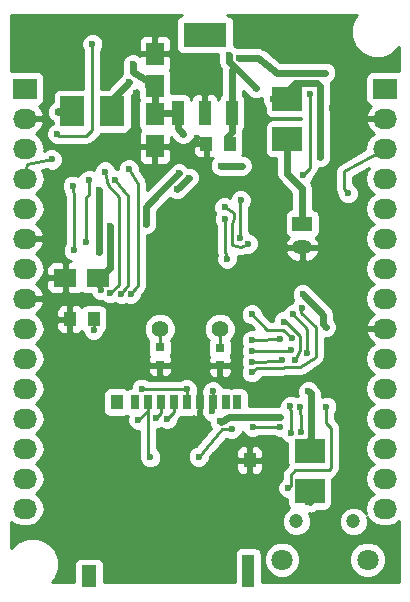
<source format=gbr>
G04 #@! TF.FileFunction,Copper,L2,Bot,Signal*
%FSLAX46Y46*%
G04 Gerber Fmt 4.6, Leading zero omitted, Abs format (unit mm)*
G04 Created by KiCad (PCBNEW 4.0.4+e1-6308~48~ubuntu16.04.1-stable) date Thu Nov 24 17:46:36 2016*
%MOMM*%
%LPD*%
G01*
G04 APERTURE LIST*
%ADD10C,0.100000*%
%ADD11R,0.750000X0.800000*%
%ADD12R,1.950720X1.501140*%
%ADD13R,1.000000X1.250000*%
%ADD14R,1.501140X1.950720*%
%ADD15R,0.700000X1.200000*%
%ADD16R,1.000000X2.800000*%
%ADD17R,1.300000X1.900000*%
%ADD18R,1.100000X1.200000*%
%ADD19R,1.000000X1.200000*%
%ADD20R,2.500000X2.000000*%
%ADD21R,2.000000X2.500000*%
%ADD22R,2.032000X1.727200*%
%ADD23O,2.032000X1.727200*%
%ADD24C,1.800000*%
%ADD25C,1.200000*%
%ADD26R,1.700000X1.200000*%
%ADD27O,1.700000X1.200000*%
%ADD28R,3.657600X2.032000*%
%ADD29R,1.016000X2.032000*%
%ADD30C,1.422400*%
%ADD31C,0.600000*%
%ADD32C,0.250000*%
%ADD33C,0.600000*%
%ADD34C,0.254000*%
G04 APERTURE END LIST*
D10*
D11*
X130820000Y-130480000D03*
X130820000Y-131980000D03*
X135900000Y-130520000D03*
X135900000Y-132020000D03*
D12*
X125574140Y-124600000D03*
X122825860Y-124600000D03*
D13*
X134750000Y-113230000D03*
X136750000Y-113230000D03*
X125200000Y-128100000D03*
X123200000Y-128100000D03*
D14*
X130400000Y-110725860D03*
X130400000Y-113474140D03*
X130400000Y-108374140D03*
X130400000Y-105625860D03*
D15*
X135310000Y-135130000D03*
D16*
X138310000Y-149430000D03*
D17*
X124810000Y-149880000D03*
D15*
X136410000Y-135130000D03*
X134210000Y-135130000D03*
X133110000Y-135130000D03*
X132010000Y-135130000D03*
X130910000Y-135130000D03*
X129810000Y-135130000D03*
X128710000Y-135130000D03*
D18*
X127160000Y-135130000D03*
D15*
X137360000Y-135130000D03*
D19*
X138410000Y-140030000D03*
D20*
X141610000Y-112830000D03*
X141610000Y-109430000D03*
X143500000Y-142660000D03*
X143500000Y-139260000D03*
D21*
X123380000Y-110490000D03*
X126780000Y-110490000D03*
D22*
X119380000Y-108585000D03*
D23*
X119380000Y-111125000D03*
X119380000Y-113665000D03*
X119380000Y-116205000D03*
X119380000Y-118745000D03*
X119380000Y-121285000D03*
X119380000Y-123825000D03*
X119380000Y-126365000D03*
X119380000Y-128905000D03*
X119380000Y-131445000D03*
X119380000Y-133985000D03*
X119380000Y-136525000D03*
X119380000Y-139065000D03*
X119380000Y-141605000D03*
X119380000Y-144145000D03*
D24*
X148405000Y-148460000D03*
D25*
X147205000Y-145210000D03*
X142355000Y-145210000D03*
D24*
X141155000Y-148460000D03*
D22*
X149880000Y-108585000D03*
D23*
X149880000Y-111125000D03*
X149880000Y-113665000D03*
X149880000Y-116205000D03*
X149880000Y-118745000D03*
X149880000Y-121285000D03*
X149880000Y-123825000D03*
X149880000Y-126365000D03*
X149880000Y-128905000D03*
X149880000Y-131445000D03*
X149880000Y-133985000D03*
X149880000Y-136525000D03*
X149880000Y-139065000D03*
X149880000Y-141605000D03*
X149880000Y-144145000D03*
D26*
X142875000Y-120015000D03*
D27*
X142875000Y-122015000D03*
D28*
X134620000Y-104013000D03*
D29*
X134620000Y-110617000D03*
X132334000Y-110617000D03*
X136906000Y-110617000D03*
D30*
X130810000Y-128905000D03*
X135890000Y-128905000D03*
D31*
X119710000Y-105960000D03*
X145720000Y-146880000D03*
X140390000Y-103250000D03*
X126350000Y-107180000D03*
X127170000Y-107270000D03*
X128850000Y-109990000D03*
X128830000Y-108960000D03*
X134000000Y-112800000D03*
X139370000Y-110640000D03*
X145430000Y-110200000D03*
X124700000Y-126100000D03*
X123860000Y-115790000D03*
X132790000Y-136570000D03*
X135890000Y-147320000D03*
X128270000Y-147320000D03*
X123825000Y-144780000D03*
X132430000Y-115760000D03*
X129630000Y-120080000D03*
X140980000Y-136410000D03*
X128530000Y-106510000D03*
X144820000Y-107230000D03*
X137550000Y-106010000D03*
X135890000Y-136750000D03*
X126610000Y-120180000D03*
X132800000Y-112400000D03*
X125800000Y-125600000D03*
X125200000Y-129000000D03*
X131445000Y-136525000D03*
X141980000Y-129710000D03*
X138600000Y-127700000D03*
X136500000Y-123000000D03*
X136300000Y-119600000D03*
X141140000Y-131550000D03*
X138600000Y-131700000D03*
X135300000Y-134200000D03*
X135255000Y-135890000D03*
X128190000Y-115390000D03*
X141930000Y-130720000D03*
X129270000Y-133990000D03*
X128360000Y-125960000D03*
X133100000Y-134000000D03*
X138600000Y-130800000D03*
X127060000Y-116310000D03*
X127540000Y-125960000D03*
X140980000Y-129760000D03*
X130500000Y-136450000D03*
X138600000Y-129900000D03*
X126160000Y-115600000D03*
X129000000Y-136620000D03*
X126630000Y-125900000D03*
X130000000Y-139790000D03*
X134100000Y-139740000D03*
X136900000Y-137400000D03*
X138600000Y-132600000D03*
X142810000Y-127160000D03*
X143400000Y-134200000D03*
X144890000Y-128780000D03*
X142900000Y-125990000D03*
X144410000Y-114360000D03*
X138940000Y-108560000D03*
X140370000Y-109430000D03*
X128240000Y-108060000D03*
X136680000Y-105740000D03*
X143370000Y-143560000D03*
X125690000Y-117200000D03*
X125660000Y-122400000D03*
X137740000Y-115110000D03*
X135980000Y-115110000D03*
X132270000Y-117100000D03*
X133270000Y-116110000D03*
X122100000Y-112400000D03*
X121650000Y-114580000D03*
X125100000Y-104800000D03*
X146750000Y-117450000D03*
X137630000Y-121200000D03*
X137650000Y-118030000D03*
X124800000Y-116330000D03*
X124570000Y-121550000D03*
X141700000Y-142400000D03*
X144910000Y-135510000D03*
X140980000Y-137220000D03*
X138670000Y-137240000D03*
X123510000Y-122280000D03*
X123440000Y-116810000D03*
X142700000Y-135500000D03*
X142750000Y-137690000D03*
X143300000Y-131000000D03*
X142100000Y-127700000D03*
X142900000Y-115900000D03*
X141890000Y-137730000D03*
X141870000Y-135450000D03*
X142280000Y-131550000D03*
X141300000Y-128300000D03*
X143500000Y-109000000D03*
X136290000Y-118640000D03*
X138280000Y-121700000D03*
X122180000Y-110540000D03*
D32*
X130820000Y-130480000D02*
X130810000Y-128905000D01*
X129205860Y-105625860D02*
X128690000Y-105110000D01*
X128690000Y-105110000D02*
X127450000Y-105110000D01*
X127450000Y-105110000D02*
X127170000Y-105390000D01*
X127170000Y-105390000D02*
X127170000Y-107270000D01*
X130400000Y-105625860D02*
X129205860Y-105625860D01*
X128850000Y-108980000D02*
X128850000Y-109990000D01*
X128830000Y-108960000D02*
X128850000Y-108980000D01*
X135900000Y-130520000D02*
X135890000Y-128905000D01*
D33*
X129630000Y-120080000D02*
X129630000Y-118560000D01*
X132430000Y-115760000D02*
X130590000Y-117600000D01*
X129630000Y-118560000D02*
X130590000Y-117600000D01*
X128530000Y-106510000D02*
X128530000Y-107210000D01*
X129800000Y-107940000D02*
X128530000Y-107210000D01*
X137550000Y-106010000D02*
X139110000Y-106000000D01*
X139110000Y-106000000D02*
X139910000Y-106610000D01*
X139910000Y-106610000D02*
X140710000Y-107220000D01*
X140710000Y-107220000D02*
X144820000Y-107230000D01*
X140970000Y-136410000D02*
X136680000Y-136420000D01*
X136680000Y-136420000D02*
X136020000Y-136780000D01*
X136020000Y-136780000D02*
X135890000Y-136750000D01*
X125574140Y-124600000D02*
X126600000Y-123780000D01*
X126600000Y-123780000D02*
X126610000Y-120180000D01*
X132334000Y-111934000D02*
X132334000Y-110617000D01*
X132800000Y-112400000D02*
X132334000Y-111934000D01*
D32*
X125574140Y-125374140D02*
X125574140Y-124600000D01*
X125800000Y-125600000D02*
X125574140Y-125374140D01*
X125200000Y-129000000D02*
X125200000Y-128100000D01*
D33*
X130400000Y-108374140D02*
X130400000Y-110725860D01*
D32*
X130400000Y-110725860D02*
X130508860Y-110617000D01*
D33*
X130508860Y-110617000D02*
X132334000Y-110617000D01*
X129800000Y-107940000D02*
X129774140Y-108374140D01*
D32*
X129774140Y-108374140D02*
X130400000Y-108374140D01*
X131445000Y-136525000D02*
X132010000Y-135960000D01*
X132010000Y-135960000D02*
X132010000Y-135130000D01*
D33*
X142875000Y-120015000D02*
X142875000Y-117035000D01*
X141610000Y-115770000D02*
X141610000Y-112830000D01*
X142875000Y-117035000D02*
X141610000Y-115770000D01*
D32*
X139910000Y-129010000D02*
X138600000Y-127700000D01*
X141280000Y-129010000D02*
X139910000Y-129010000D01*
X141980000Y-129710000D02*
X141280000Y-129010000D01*
X136300000Y-122300000D02*
X136500000Y-123000000D01*
X136300000Y-119600000D02*
X136300000Y-122300000D01*
X141140000Y-131550000D02*
X141040000Y-131650000D01*
X141040000Y-131650000D02*
X138600000Y-131700000D01*
X135300000Y-134200000D02*
X135310000Y-134210000D01*
X135310000Y-134210000D02*
X135310000Y-135130000D01*
X135310000Y-135130000D02*
X135310000Y-135835000D01*
X135310000Y-135835000D02*
X135255000Y-135890000D01*
X128360000Y-125960000D02*
X128960000Y-125240000D01*
X128960000Y-125240000D02*
X128960000Y-116660000D01*
X128960000Y-116660000D02*
X128190000Y-115390000D01*
X138600000Y-130800000D02*
X141850000Y-130800000D01*
X141850000Y-130800000D02*
X141930000Y-130720000D01*
X129475035Y-133983190D02*
X129276810Y-133983190D01*
X129276810Y-133983190D02*
X129270000Y-133990000D01*
X128360000Y-125960000D02*
X128360000Y-125860000D01*
X133000000Y-134000000D02*
X129475035Y-133983190D01*
X129475035Y-133983190D02*
X129460000Y-133950000D01*
X133100000Y-134000000D02*
X133000000Y-134000000D01*
X138600000Y-130800000D02*
X138500000Y-130800000D01*
X133110000Y-134010000D02*
X133110000Y-135130000D01*
X133100000Y-134000000D02*
X133110000Y-134010000D01*
X127540000Y-125960000D02*
X128150000Y-125210000D01*
X128150000Y-125210000D02*
X128150000Y-117650000D01*
X128150000Y-117650000D02*
X127060000Y-116310000D01*
X130910000Y-135130000D02*
X130910000Y-136040000D01*
X130910000Y-136040000D02*
X130500000Y-136450000D01*
X138900000Y-129900000D02*
X140980000Y-129770000D01*
X138600000Y-129900000D02*
X138900000Y-129900000D01*
X126160000Y-115600000D02*
X126390000Y-116780000D01*
X127340000Y-117730000D02*
X126390000Y-116780000D01*
X129810000Y-135890000D02*
X129810000Y-135130000D01*
X129810000Y-135890000D02*
X129000000Y-136620000D01*
X127340000Y-125230000D02*
X127340000Y-117730000D01*
X126630000Y-125900000D02*
X127340000Y-125230000D01*
X129810000Y-135130000D02*
X129810000Y-139600000D01*
X129810000Y-139600000D02*
X130000000Y-139790000D01*
X134770000Y-138930000D02*
X136100000Y-137400000D01*
X134100000Y-139740000D02*
X134770000Y-138930000D01*
X136100000Y-137400000D02*
X136900000Y-137400000D01*
X138600000Y-132600000D02*
X139000000Y-132200000D01*
X139000000Y-132200000D02*
X141300000Y-132200000D01*
X141300000Y-132200000D02*
X141310000Y-132190000D01*
X141310000Y-132190000D02*
X142650000Y-132190000D01*
X142650000Y-132190000D02*
X144000000Y-131300000D01*
X144000000Y-131300000D02*
X144000000Y-128800000D01*
X144000000Y-128800000D02*
X142800000Y-127600000D01*
X142800000Y-127600000D02*
X142810000Y-127160000D01*
D33*
X136906000Y-110617000D02*
X136906000Y-112284000D01*
X136906000Y-112284000D02*
X136525000Y-112665000D01*
X144370000Y-108330000D02*
X144160000Y-108120000D01*
X144160000Y-108120000D02*
X142280000Y-108120000D01*
X141610000Y-108790000D02*
X142280000Y-108120000D01*
X143580000Y-138190000D02*
X143500000Y-138270000D01*
X143580000Y-138190000D02*
X143580000Y-134380000D01*
X143580000Y-134380000D02*
X143400000Y-134200000D01*
X144890000Y-128780000D02*
X144620000Y-128510000D01*
X144620000Y-128510000D02*
X144620000Y-127710000D01*
X144620000Y-127710000D02*
X142900000Y-125990000D01*
X144410000Y-114360000D02*
X144400000Y-114350000D01*
X144400000Y-114350000D02*
X144400000Y-108330000D01*
X144400000Y-108330000D02*
X144370000Y-108330000D01*
X137145000Y-106785000D02*
X138940000Y-108560000D01*
X140370000Y-109430000D02*
X141610000Y-109430000D01*
X136906000Y-110617000D02*
X136906000Y-107024000D01*
X136906000Y-107024000D02*
X137145000Y-106785000D01*
X141610000Y-108790000D02*
X141610000Y-109430000D01*
X143500000Y-139260000D02*
X143500000Y-138270000D01*
X126780000Y-110490000D02*
X126780000Y-109520000D01*
X126780000Y-109520000D02*
X128240000Y-108060000D01*
X136680000Y-105740000D02*
X136700000Y-105760000D01*
X136700000Y-105760000D02*
X136700000Y-106340000D01*
X136700000Y-106340000D02*
X137145000Y-106785000D01*
D32*
X141115000Y-108935000D02*
X141610000Y-109430000D01*
X141610000Y-109430000D02*
X142590000Y-109430000D01*
X141610000Y-109430000D02*
X142690000Y-109430000D01*
X127085000Y-110490000D02*
X126780000Y-110490000D01*
X143370000Y-143560000D02*
X143500000Y-143430000D01*
X143500000Y-143430000D02*
X143500000Y-142660000D01*
D33*
X143500000Y-143620000D02*
X143500000Y-142660000D01*
X125650000Y-117437838D02*
X125650000Y-117240000D01*
X125660000Y-121680000D02*
X125660000Y-119757970D01*
X125660000Y-119757970D02*
X125650000Y-117437838D01*
X125660000Y-122400000D02*
X125660000Y-121680000D01*
X125650000Y-117240000D02*
X125690000Y-117200000D01*
X137760000Y-115090000D02*
X137740000Y-115110000D01*
X137740000Y-115110000D02*
X137760000Y-115090000D01*
X132270000Y-117100000D02*
X133270000Y-116110000D01*
X135980000Y-115110000D02*
X137740000Y-115110000D01*
D32*
X124600000Y-112600000D02*
X125100000Y-112100000D01*
X122300000Y-112600000D02*
X124600000Y-112600000D01*
X122100000Y-112400000D02*
X122300000Y-112600000D01*
X119380000Y-115720000D02*
X119530000Y-114950000D01*
X119530000Y-114950000D02*
X121650000Y-114580000D01*
X125100000Y-108300000D02*
X125100000Y-104800000D01*
X125100000Y-112100000D02*
X125100000Y-108300000D01*
X119380000Y-116205000D02*
X119380000Y-115720000D01*
X149870000Y-113660000D02*
X146410000Y-115590000D01*
X146410000Y-115590000D02*
X146410000Y-117110000D01*
X146410000Y-117110000D02*
X146750000Y-117450000D01*
X137630000Y-118050000D02*
X137630000Y-121200000D01*
X137650000Y-118030000D02*
X137630000Y-118050000D01*
X124570000Y-121550000D02*
X124570000Y-117830000D01*
X145300000Y-137700000D02*
X145300000Y-137300000D01*
X141700000Y-142400000D02*
X141900000Y-142200000D01*
X141900000Y-142200000D02*
X141900000Y-141300000D01*
X141900000Y-141300000D02*
X142300000Y-140900000D01*
X142300000Y-140900000D02*
X145100000Y-140900000D01*
X145100000Y-140900000D02*
X145310000Y-140690000D01*
X145310000Y-140690000D02*
X145310000Y-137710000D01*
X145310000Y-137710000D02*
X145300000Y-137700000D01*
X145200000Y-137200000D02*
X144890000Y-136870000D01*
X144890000Y-136870000D02*
X144910000Y-135510000D01*
X145300000Y-137300000D02*
X145200000Y-137200000D01*
X124800000Y-117460000D02*
X124800000Y-116330000D01*
X124570000Y-117830000D02*
X124800000Y-117460000D01*
X140302419Y-137240004D02*
X140980000Y-137220000D01*
X140302419Y-137240004D02*
X138670000Y-137240000D01*
X123510000Y-122280000D02*
X123520000Y-117890000D01*
X123520000Y-117890000D02*
X123440000Y-116810000D01*
X123440000Y-116910000D02*
X123440000Y-116810000D01*
X142740000Y-136790000D02*
X142700000Y-135500000D01*
X142750000Y-137690000D02*
X142740000Y-136790000D01*
X143300000Y-128900000D02*
X143300000Y-131000000D01*
X142100000Y-127700000D02*
X143300000Y-128900000D01*
X141890000Y-137730000D02*
X141890000Y-137170000D01*
X141890000Y-137170000D02*
X141900000Y-136800000D01*
X141900000Y-136800000D02*
X141900000Y-136100000D01*
X141900000Y-136100000D02*
X141870000Y-135450000D01*
X142280000Y-131550000D02*
X142700000Y-130700000D01*
X142700000Y-130700000D02*
X142700000Y-130500000D01*
X142700000Y-130500000D02*
X142700000Y-129500000D01*
X142700000Y-129500000D02*
X141500000Y-128300000D01*
X141500000Y-128300000D02*
X141300000Y-128300000D01*
X143500000Y-115300000D02*
X143500000Y-109000000D01*
X142900000Y-115900000D02*
X143500000Y-115300000D01*
X136910000Y-121830000D02*
X136910000Y-120020000D01*
X136910000Y-120020000D02*
X137060000Y-119550000D01*
X137060000Y-119550000D02*
X137070000Y-119070000D01*
X137070000Y-119070000D02*
X136290000Y-118640000D01*
X138280000Y-121700000D02*
X137690000Y-122030000D01*
X137690000Y-122030000D02*
X136910000Y-121830000D01*
D33*
X122180000Y-110540000D02*
X122220000Y-110500000D01*
X122220000Y-110500000D02*
X123380000Y-110490000D01*
D34*
G36*
X132555883Y-102393838D02*
X132339759Y-102532910D01*
X132194769Y-102745110D01*
X132143760Y-102997000D01*
X132143760Y-105029000D01*
X132188038Y-105264317D01*
X132327110Y-105480441D01*
X132539310Y-105625431D01*
X132791200Y-105676440D01*
X135745055Y-105676440D01*
X135744838Y-105925167D01*
X135765000Y-105973963D01*
X135765000Y-106340000D01*
X135836173Y-106697809D01*
X135990069Y-106928132D01*
X135971000Y-107024000D01*
X135971000Y-109121183D01*
X135946559Y-109136910D01*
X135801569Y-109349110D01*
X135763000Y-109539569D01*
X135763000Y-109474690D01*
X135666327Y-109241301D01*
X135487698Y-109062673D01*
X135254309Y-108966000D01*
X134905750Y-108966000D01*
X134747000Y-109124750D01*
X134747000Y-110490000D01*
X134767000Y-110490000D01*
X134767000Y-110744000D01*
X134747000Y-110744000D01*
X134747000Y-110764000D01*
X134493000Y-110764000D01*
X134493000Y-110744000D01*
X134473000Y-110744000D01*
X134473000Y-110490000D01*
X134493000Y-110490000D01*
X134493000Y-109124750D01*
X134334250Y-108966000D01*
X133985691Y-108966000D01*
X133752302Y-109062673D01*
X133573673Y-109241301D01*
X133477000Y-109474690D01*
X133477000Y-109534887D01*
X133445162Y-109365683D01*
X133306090Y-109149559D01*
X133093890Y-109004569D01*
X132842000Y-108953560D01*
X131826000Y-108953560D01*
X131798010Y-108958827D01*
X131798010Y-107398780D01*
X131753732Y-107163463D01*
X131649043Y-107000772D01*
X131688897Y-106960918D01*
X131785570Y-106727529D01*
X131785570Y-105911610D01*
X131626820Y-105752860D01*
X130527000Y-105752860D01*
X130527000Y-105772860D01*
X130273000Y-105772860D01*
X130273000Y-105752860D01*
X129173180Y-105752860D01*
X129134215Y-105791825D01*
X129060327Y-105717808D01*
X128716799Y-105575162D01*
X128344833Y-105574838D01*
X128001057Y-105716883D01*
X127737808Y-105979673D01*
X127595162Y-106323201D01*
X127594838Y-106695167D01*
X127595000Y-106695559D01*
X127595000Y-107210000D01*
X127619033Y-107330819D01*
X127620798Y-107356985D01*
X127447808Y-107529673D01*
X127447645Y-107530065D01*
X126385150Y-108592560D01*
X125860000Y-108592560D01*
X125860000Y-105362463D01*
X125892192Y-105330327D01*
X126034838Y-104986799D01*
X126035162Y-104614833D01*
X125997710Y-104524191D01*
X129014430Y-104524191D01*
X129014430Y-105340110D01*
X129173180Y-105498860D01*
X130273000Y-105498860D01*
X130273000Y-104174250D01*
X130527000Y-104174250D01*
X130527000Y-105498860D01*
X131626820Y-105498860D01*
X131785570Y-105340110D01*
X131785570Y-104524191D01*
X131688897Y-104290802D01*
X131510269Y-104112173D01*
X131276880Y-104015500D01*
X130685750Y-104015500D01*
X130527000Y-104174250D01*
X130273000Y-104174250D01*
X130114250Y-104015500D01*
X129523120Y-104015500D01*
X129289731Y-104112173D01*
X129111103Y-104290802D01*
X129014430Y-104524191D01*
X125997710Y-104524191D01*
X125893117Y-104271057D01*
X125630327Y-104007808D01*
X125286799Y-103865162D01*
X124914833Y-103864838D01*
X124571057Y-104006883D01*
X124307808Y-104269673D01*
X124165162Y-104613201D01*
X124164838Y-104985167D01*
X124306883Y-105328943D01*
X124340000Y-105362118D01*
X124340000Y-108592560D01*
X122380000Y-108592560D01*
X122144683Y-108636838D01*
X121928559Y-108775910D01*
X121783569Y-108988110D01*
X121732560Y-109240000D01*
X121732560Y-109713207D01*
X121651057Y-109746883D01*
X121559065Y-109838715D01*
X121558855Y-109838855D01*
X121519146Y-109878564D01*
X121387808Y-110009673D01*
X121245162Y-110353201D01*
X121244838Y-110725167D01*
X121386883Y-111068943D01*
X121649673Y-111332192D01*
X121732560Y-111366610D01*
X121732560Y-111540151D01*
X121571057Y-111606883D01*
X121307808Y-111869673D01*
X121165162Y-112213201D01*
X121164838Y-112585167D01*
X121306883Y-112928943D01*
X121569673Y-113192192D01*
X121913201Y-113334838D01*
X122174648Y-113335066D01*
X122300000Y-113360000D01*
X124600000Y-113360000D01*
X124890839Y-113302148D01*
X125137401Y-113137401D01*
X125637401Y-112637401D01*
X125802148Y-112390839D01*
X125802824Y-112387440D01*
X127780000Y-112387440D01*
X128015317Y-112343162D01*
X128231441Y-112204090D01*
X128376431Y-111991890D01*
X128427440Y-111740000D01*
X128427440Y-109240000D01*
X128420290Y-109202000D01*
X128900854Y-108721436D01*
X128909686Y-108712619D01*
X129001990Y-108870318D01*
X129001990Y-109349500D01*
X129041102Y-109557361D01*
X129001990Y-109750500D01*
X129001990Y-111701220D01*
X129046268Y-111936537D01*
X129150957Y-112099228D01*
X129111103Y-112139082D01*
X129014430Y-112372471D01*
X129014430Y-113188390D01*
X129173180Y-113347140D01*
X130273000Y-113347140D01*
X130273000Y-113327140D01*
X130527000Y-113327140D01*
X130527000Y-113347140D01*
X131626820Y-113347140D01*
X131785570Y-113188390D01*
X131785570Y-112707860D01*
X132138564Y-113060854D01*
X132269673Y-113192192D01*
X132613201Y-113334838D01*
X132799999Y-113335001D01*
X132800001Y-113335001D01*
X132985167Y-113335162D01*
X133328943Y-113193117D01*
X133592192Y-112930327D01*
X133615000Y-112875400D01*
X133615000Y-112944250D01*
X133773750Y-113103000D01*
X134623000Y-113103000D01*
X134623000Y-113083000D01*
X134877000Y-113083000D01*
X134877000Y-113103000D01*
X134897000Y-113103000D01*
X134897000Y-113357000D01*
X134877000Y-113357000D01*
X134877000Y-114331250D01*
X135035750Y-114490000D01*
X135277638Y-114490000D01*
X135187808Y-114579673D01*
X135045162Y-114923201D01*
X135044838Y-115295167D01*
X135186883Y-115638943D01*
X135449673Y-115902192D01*
X135793201Y-116044838D01*
X136165167Y-116045162D01*
X136165559Y-116045000D01*
X137739184Y-116045000D01*
X137925167Y-116045162D01*
X138268943Y-115903117D01*
X138532192Y-115640327D01*
X138592935Y-115494042D01*
X138623827Y-115447809D01*
X138634580Y-115393751D01*
X138674838Y-115296799D01*
X138674930Y-115190897D01*
X138695000Y-115090000D01*
X138675105Y-114989983D01*
X138675162Y-114924833D01*
X138650063Y-114864090D01*
X138623827Y-114732191D01*
X138549766Y-114621350D01*
X138533117Y-114581057D01*
X138502045Y-114549931D01*
X138421145Y-114428855D01*
X138301127Y-114348662D01*
X138270327Y-114317808D01*
X138229709Y-114300942D01*
X138117809Y-114226173D01*
X137986970Y-114200147D01*
X137926799Y-114175162D01*
X137861073Y-114175105D01*
X137807151Y-114164379D01*
X137846431Y-114106890D01*
X137897440Y-113855000D01*
X137897440Y-112605000D01*
X137853162Y-112369683D01*
X137830853Y-112335013D01*
X137841000Y-112284000D01*
X137841000Y-112112817D01*
X137865441Y-112097090D01*
X138010431Y-111884890D01*
X138061440Y-111633000D01*
X138061440Y-109601000D01*
X138017162Y-109365683D01*
X137878090Y-109149559D01*
X137841000Y-109124216D01*
X137841000Y-108788189D01*
X138280397Y-109222690D01*
X138409673Y-109352192D01*
X138753201Y-109494838D01*
X139125167Y-109495162D01*
X139435054Y-109367120D01*
X139434838Y-109615167D01*
X139576883Y-109958943D01*
X139712560Y-110094857D01*
X139712560Y-110430000D01*
X139756838Y-110665317D01*
X139895910Y-110881441D01*
X140108110Y-111026431D01*
X140360000Y-111077440D01*
X142740000Y-111077440D01*
X142740000Y-111182560D01*
X140360000Y-111182560D01*
X140124683Y-111226838D01*
X139908559Y-111365910D01*
X139763569Y-111578110D01*
X139712560Y-111830000D01*
X139712560Y-113830000D01*
X139756838Y-114065317D01*
X139895910Y-114281441D01*
X140108110Y-114426431D01*
X140360000Y-114477440D01*
X140675000Y-114477440D01*
X140675000Y-115770000D01*
X140746173Y-116127809D01*
X140948855Y-116431145D01*
X141940000Y-117422290D01*
X141940000Y-118783554D01*
X141789683Y-118811838D01*
X141573559Y-118950910D01*
X141428569Y-119163110D01*
X141377560Y-119415000D01*
X141377560Y-120615000D01*
X141421838Y-120850317D01*
X141560910Y-121066441D01*
X141713309Y-121170571D01*
X141693067Y-121185875D01*
X141446714Y-121605624D01*
X141431538Y-121697391D01*
X141556269Y-121888000D01*
X142748000Y-121888000D01*
X142748000Y-121868000D01*
X143002000Y-121868000D01*
X143002000Y-121888000D01*
X144193731Y-121888000D01*
X144318462Y-121697391D01*
X144303286Y-121605624D01*
X144056933Y-121185875D01*
X144035580Y-121169731D01*
X144176441Y-121079090D01*
X144321431Y-120866890D01*
X144372440Y-120615000D01*
X144372440Y-119415000D01*
X144328162Y-119179683D01*
X144189090Y-118963559D01*
X143976890Y-118818569D01*
X143810000Y-118784773D01*
X143810000Y-117035000D01*
X143738827Y-116677191D01*
X143621218Y-116501177D01*
X143692192Y-116430327D01*
X143834838Y-116086799D01*
X143834879Y-116039923D01*
X144037401Y-115837401D01*
X144202148Y-115590839D01*
X144260000Y-115300000D01*
X144260000Y-115294870D01*
X144595167Y-115295162D01*
X144938943Y-115153117D01*
X145202192Y-114890327D01*
X145344838Y-114546799D01*
X145345162Y-114174833D01*
X145335000Y-114150239D01*
X145335000Y-108330000D01*
X145279652Y-108051747D01*
X145348943Y-108023117D01*
X145612192Y-107760327D01*
X145754838Y-107416799D01*
X145755162Y-107044833D01*
X145613117Y-106701057D01*
X145350327Y-106437808D01*
X145006799Y-106295162D01*
X144821168Y-106295000D01*
X141026810Y-106285768D01*
X140476933Y-105866487D01*
X140476931Y-105866485D01*
X139676930Y-105256485D01*
X139565684Y-105202045D01*
X139462264Y-105133897D01*
X139403235Y-105122548D01*
X139349244Y-105096127D01*
X139225634Y-105088403D01*
X139104006Y-105065019D01*
X137547431Y-105074997D01*
X137364833Y-105074838D01*
X137345228Y-105082938D01*
X137341436Y-105079146D01*
X137210327Y-104947808D01*
X137096240Y-104900435D01*
X137096240Y-102997000D01*
X137051962Y-102761683D01*
X136912890Y-102545559D01*
X136700690Y-102400569D01*
X136510231Y-102362000D01*
X147480911Y-102362000D01*
X147351364Y-102491321D01*
X147010389Y-103312481D01*
X147009613Y-104201619D01*
X147349155Y-105023372D01*
X147977321Y-105652636D01*
X148798481Y-105993611D01*
X149687619Y-105994387D01*
X150509372Y-105654845D01*
X151098000Y-105067245D01*
X151098000Y-107114866D01*
X150896000Y-107073960D01*
X148864000Y-107073960D01*
X148628683Y-107118238D01*
X148412559Y-107257310D01*
X148267569Y-107469510D01*
X148216560Y-107721400D01*
X148216560Y-109448600D01*
X148260838Y-109683917D01*
X148399910Y-109900041D01*
X148612110Y-110045031D01*
X148706927Y-110064232D01*
X148529268Y-110222964D01*
X148275291Y-110750209D01*
X148272642Y-110765974D01*
X148393783Y-110998000D01*
X149753000Y-110998000D01*
X149753000Y-110978000D01*
X150007000Y-110978000D01*
X150007000Y-110998000D01*
X150027000Y-110998000D01*
X150027000Y-111252000D01*
X150007000Y-111252000D01*
X150007000Y-111272000D01*
X149753000Y-111272000D01*
X149753000Y-111252000D01*
X148393783Y-111252000D01*
X148272642Y-111484026D01*
X148275291Y-111499791D01*
X148529268Y-112027036D01*
X148945069Y-112398539D01*
X148635585Y-112605330D01*
X148310729Y-113091511D01*
X148196655Y-113665000D01*
X148207068Y-113717350D01*
X146039772Y-114926275D01*
X145959857Y-114994296D01*
X145872599Y-115052599D01*
X145847862Y-115089620D01*
X145813958Y-115118478D01*
X145766156Y-115211903D01*
X145707852Y-115299161D01*
X145699166Y-115342829D01*
X145678885Y-115382466D01*
X145670474Y-115487071D01*
X145650000Y-115590000D01*
X145650000Y-117110000D01*
X145707852Y-117400839D01*
X145814903Y-117561052D01*
X145814838Y-117635167D01*
X145956883Y-117978943D01*
X146219673Y-118242192D01*
X146563201Y-118384838D01*
X146935167Y-118385162D01*
X147278943Y-118243117D01*
X147542192Y-117980327D01*
X147684838Y-117636799D01*
X147685162Y-117264833D01*
X147543117Y-116921057D01*
X147280327Y-116657808D01*
X147170000Y-116611996D01*
X147170000Y-116036309D01*
X148557325Y-115262454D01*
X148310729Y-115631511D01*
X148196655Y-116205000D01*
X148310729Y-116778489D01*
X148635585Y-117264670D01*
X148950366Y-117475000D01*
X148635585Y-117685330D01*
X148310729Y-118171511D01*
X148196655Y-118745000D01*
X148310729Y-119318489D01*
X148635585Y-119804670D01*
X148950366Y-120015000D01*
X148635585Y-120225330D01*
X148310729Y-120711511D01*
X148196655Y-121285000D01*
X148310729Y-121858489D01*
X148635585Y-122344670D01*
X148950366Y-122555000D01*
X148635585Y-122765330D01*
X148310729Y-123251511D01*
X148196655Y-123825000D01*
X148310729Y-124398489D01*
X148635585Y-124884670D01*
X148950366Y-125095000D01*
X148635585Y-125305330D01*
X148310729Y-125791511D01*
X148196655Y-126365000D01*
X148310729Y-126938489D01*
X148635585Y-127424670D01*
X148945069Y-127631461D01*
X148529268Y-128002964D01*
X148275291Y-128530209D01*
X148272642Y-128545974D01*
X148393783Y-128778000D01*
X149753000Y-128778000D01*
X149753000Y-128758000D01*
X150007000Y-128758000D01*
X150007000Y-128778000D01*
X150027000Y-128778000D01*
X150027000Y-129032000D01*
X150007000Y-129032000D01*
X150007000Y-129052000D01*
X149753000Y-129052000D01*
X149753000Y-129032000D01*
X148393783Y-129032000D01*
X148272642Y-129264026D01*
X148275291Y-129279791D01*
X148529268Y-129807036D01*
X148945069Y-130178539D01*
X148635585Y-130385330D01*
X148310729Y-130871511D01*
X148196655Y-131445000D01*
X148310729Y-132018489D01*
X148635585Y-132504670D01*
X148950366Y-132715000D01*
X148635585Y-132925330D01*
X148310729Y-133411511D01*
X148196655Y-133985000D01*
X148310729Y-134558489D01*
X148635585Y-135044670D01*
X148950366Y-135255000D01*
X148635585Y-135465330D01*
X148310729Y-135951511D01*
X148196655Y-136525000D01*
X148310729Y-137098489D01*
X148635585Y-137584670D01*
X148950366Y-137795000D01*
X148635585Y-138005330D01*
X148310729Y-138491511D01*
X148196655Y-139065000D01*
X148310729Y-139638489D01*
X148635585Y-140124670D01*
X148950366Y-140335000D01*
X148635585Y-140545330D01*
X148310729Y-141031511D01*
X148196655Y-141605000D01*
X148310729Y-142178489D01*
X148635585Y-142664670D01*
X148950366Y-142875000D01*
X148635585Y-143085330D01*
X148310729Y-143571511D01*
X148196655Y-144145000D01*
X148285244Y-144590366D01*
X148252592Y-144511343D01*
X147905485Y-144163629D01*
X147451734Y-143975215D01*
X146960421Y-143974786D01*
X146506343Y-144162408D01*
X146158629Y-144509515D01*
X145970215Y-144963266D01*
X145969786Y-145454579D01*
X146157408Y-145908657D01*
X146504515Y-146256371D01*
X146958266Y-146444785D01*
X147449579Y-146445214D01*
X147903657Y-146257592D01*
X148251371Y-145910485D01*
X148439785Y-145456734D01*
X148440214Y-144965421D01*
X148382672Y-144826159D01*
X148635585Y-145204670D01*
X149121766Y-145529526D01*
X149695255Y-145643600D01*
X150064745Y-145643600D01*
X150638234Y-145529526D01*
X151098000Y-145222320D01*
X151098000Y-150368000D01*
X139457440Y-150368000D01*
X139457440Y-148763991D01*
X139619735Y-148763991D01*
X139852932Y-149328371D01*
X140284357Y-149760551D01*
X140848330Y-149994733D01*
X141458991Y-149995265D01*
X142023371Y-149762068D01*
X142455551Y-149330643D01*
X142689733Y-148766670D01*
X142689735Y-148763991D01*
X146869735Y-148763991D01*
X147102932Y-149328371D01*
X147534357Y-149760551D01*
X148098330Y-149994733D01*
X148708991Y-149995265D01*
X149273371Y-149762068D01*
X149705551Y-149330643D01*
X149939733Y-148766670D01*
X149940265Y-148156009D01*
X149707068Y-147591629D01*
X149275643Y-147159449D01*
X148711670Y-146925267D01*
X148101009Y-146924735D01*
X147536629Y-147157932D01*
X147104449Y-147589357D01*
X146870267Y-148153330D01*
X146869735Y-148763991D01*
X142689735Y-148763991D01*
X142690265Y-148156009D01*
X142457068Y-147591629D01*
X142025643Y-147159449D01*
X141461670Y-146925267D01*
X140851009Y-146924735D01*
X140286629Y-147157932D01*
X139854449Y-147589357D01*
X139620267Y-148153330D01*
X139619735Y-148763991D01*
X139457440Y-148763991D01*
X139457440Y-148030000D01*
X139413162Y-147794683D01*
X139274090Y-147578559D01*
X139061890Y-147433569D01*
X138810000Y-147382560D01*
X137810000Y-147382560D01*
X137574683Y-147426838D01*
X137358559Y-147565910D01*
X137213569Y-147778110D01*
X137162560Y-148030000D01*
X137162560Y-150368000D01*
X126107440Y-150368000D01*
X126107440Y-148930000D01*
X126063162Y-148694683D01*
X125924090Y-148478559D01*
X125711890Y-148333569D01*
X125460000Y-148282560D01*
X124160000Y-148282560D01*
X123924683Y-148326838D01*
X123708559Y-148465910D01*
X123563569Y-148678110D01*
X123512560Y-148930000D01*
X123512560Y-150368000D01*
X121651867Y-150368000D01*
X121908636Y-150111679D01*
X122249611Y-149290519D01*
X122250387Y-148401381D01*
X121910845Y-147579628D01*
X121282679Y-146950364D01*
X120461519Y-146609389D01*
X119572381Y-146608613D01*
X118750628Y-146948155D01*
X118237000Y-147460886D01*
X118237000Y-145272434D01*
X118621766Y-145529526D01*
X119195255Y-145643600D01*
X119564745Y-145643600D01*
X120138234Y-145529526D01*
X120624415Y-145204670D01*
X120949271Y-144718489D01*
X121063345Y-144145000D01*
X120949271Y-143571511D01*
X120624415Y-143085330D01*
X120309634Y-142875000D01*
X120624415Y-142664670D01*
X120949271Y-142178489D01*
X121063345Y-141605000D01*
X120949271Y-141031511D01*
X120624415Y-140545330D01*
X120309634Y-140335000D01*
X120624415Y-140124670D01*
X120949271Y-139638489D01*
X121063345Y-139065000D01*
X120949271Y-138491511D01*
X120624415Y-138005330D01*
X120309634Y-137795000D01*
X120624415Y-137584670D01*
X120949271Y-137098489D01*
X121063345Y-136525000D01*
X120949271Y-135951511D01*
X120624415Y-135465330D01*
X120309634Y-135255000D01*
X120624415Y-135044670D01*
X120949271Y-134558489D01*
X120954937Y-134530000D01*
X125962560Y-134530000D01*
X125962560Y-135730000D01*
X126006838Y-135965317D01*
X126145910Y-136181441D01*
X126358110Y-136326431D01*
X126610000Y-136377440D01*
X127710000Y-136377440D01*
X127945317Y-136333162D01*
X128034228Y-136275949D01*
X128108110Y-136326431D01*
X128109389Y-136326690D01*
X128065162Y-136433201D01*
X128064838Y-136805167D01*
X128206883Y-137148943D01*
X128469673Y-137412192D01*
X128813201Y-137554838D01*
X129050000Y-137555044D01*
X129050000Y-139600000D01*
X129065099Y-139675905D01*
X129064838Y-139975167D01*
X129206883Y-140318943D01*
X129469673Y-140582192D01*
X129813201Y-140724838D01*
X130185167Y-140725162D01*
X130528943Y-140583117D01*
X130792192Y-140320327D01*
X130934838Y-139976799D01*
X130934882Y-139925167D01*
X133164838Y-139925167D01*
X133306883Y-140268943D01*
X133569673Y-140532192D01*
X133913201Y-140674838D01*
X134285167Y-140675162D01*
X134628943Y-140533117D01*
X134846689Y-140315750D01*
X137275000Y-140315750D01*
X137275000Y-140756310D01*
X137371673Y-140989699D01*
X137550302Y-141168327D01*
X137783691Y-141265000D01*
X138124250Y-141265000D01*
X138283000Y-141106250D01*
X138283000Y-140157000D01*
X138537000Y-140157000D01*
X138537000Y-141106250D01*
X138695750Y-141265000D01*
X139036309Y-141265000D01*
X139269698Y-141168327D01*
X139448327Y-140989699D01*
X139545000Y-140756310D01*
X139545000Y-140315750D01*
X139386250Y-140157000D01*
X138537000Y-140157000D01*
X138283000Y-140157000D01*
X137433750Y-140157000D01*
X137275000Y-140315750D01*
X134846689Y-140315750D01*
X134892192Y-140270327D01*
X135034838Y-139926799D01*
X135034947Y-139802085D01*
X135349676Y-139421592D01*
X135452165Y-139303690D01*
X137275000Y-139303690D01*
X137275000Y-139744250D01*
X137433750Y-139903000D01*
X138283000Y-139903000D01*
X138283000Y-138953750D01*
X138537000Y-138953750D01*
X138537000Y-139903000D01*
X139386250Y-139903000D01*
X139545000Y-139744250D01*
X139545000Y-139303690D01*
X139448327Y-139070301D01*
X139269698Y-138891673D01*
X139036309Y-138795000D01*
X138695750Y-138795000D01*
X138537000Y-138953750D01*
X138283000Y-138953750D01*
X138124250Y-138795000D01*
X137783691Y-138795000D01*
X137550302Y-138891673D01*
X137371673Y-139070301D01*
X137275000Y-139303690D01*
X135452165Y-139303690D01*
X136405454Y-138207050D01*
X136713201Y-138334838D01*
X137085167Y-138335162D01*
X137428943Y-138193117D01*
X137692192Y-137930327D01*
X137818189Y-137626893D01*
X137876883Y-137768943D01*
X138139673Y-138032192D01*
X138483201Y-138174838D01*
X138855167Y-138175162D01*
X139198943Y-138033117D01*
X139232116Y-138000001D01*
X140302417Y-138000004D01*
X140313601Y-137997779D01*
X140324846Y-137999673D01*
X140433960Y-137996452D01*
X140449673Y-138012192D01*
X140793201Y-138154838D01*
X141053962Y-138155065D01*
X141096883Y-138258943D01*
X141359673Y-138522192D01*
X141602560Y-138623048D01*
X141602560Y-140260000D01*
X141644153Y-140481045D01*
X141362599Y-140762599D01*
X141197852Y-141009161D01*
X141140000Y-141300000D01*
X141140000Y-141637886D01*
X140907808Y-141869673D01*
X140765162Y-142213201D01*
X140764838Y-142585167D01*
X140906883Y-142928943D01*
X141169673Y-143192192D01*
X141513201Y-143334838D01*
X141602560Y-143334916D01*
X141602560Y-143660000D01*
X141646838Y-143895317D01*
X141784604Y-144109411D01*
X141656343Y-144162408D01*
X141308629Y-144509515D01*
X141120215Y-144963266D01*
X141119786Y-145454579D01*
X141307408Y-145908657D01*
X141654515Y-146256371D01*
X142108266Y-146444785D01*
X142599579Y-146445214D01*
X143053657Y-146257592D01*
X143401371Y-145910485D01*
X143589785Y-145456734D01*
X143590214Y-144965421D01*
X143413523Y-144537799D01*
X143500000Y-144555000D01*
X143857809Y-144483827D01*
X144121792Y-144307440D01*
X144750000Y-144307440D01*
X144985317Y-144263162D01*
X145201441Y-144124090D01*
X145346431Y-143911890D01*
X145397440Y-143660000D01*
X145397440Y-141660000D01*
X145386709Y-141602970D01*
X145390839Y-141602148D01*
X145637401Y-141437401D01*
X145847401Y-141227401D01*
X146012148Y-140980839D01*
X146070000Y-140690000D01*
X146070000Y-137710000D01*
X146060000Y-137659727D01*
X146060000Y-137300000D01*
X146043059Y-137214833D01*
X146002148Y-137009160D01*
X145837401Y-136762599D01*
X145745802Y-136671000D01*
X145654439Y-136573743D01*
X145661689Y-136080760D01*
X145702192Y-136040327D01*
X145844838Y-135696799D01*
X145845162Y-135324833D01*
X145703117Y-134981057D01*
X145440327Y-134717808D01*
X145096799Y-134575162D01*
X144724833Y-134574838D01*
X144515000Y-134661539D01*
X144515000Y-134380000D01*
X144443827Y-134022191D01*
X144241145Y-133718855D01*
X144061436Y-133539146D01*
X143930327Y-133407808D01*
X143586799Y-133265162D01*
X143214833Y-133264838D01*
X142871057Y-133406883D01*
X142607808Y-133669673D01*
X142465162Y-134013201D01*
X142464838Y-134385167D01*
X142539085Y-134564859D01*
X142514833Y-134564838D01*
X142345214Y-134634923D01*
X142056799Y-134515162D01*
X141684833Y-134514838D01*
X141341057Y-134656883D01*
X141077808Y-134919673D01*
X140935162Y-135263201D01*
X140934978Y-135474960D01*
X140794833Y-135474838D01*
X140793450Y-135475409D01*
X138357440Y-135481088D01*
X138357440Y-134530000D01*
X138313162Y-134294683D01*
X138174090Y-134078559D01*
X137961890Y-133933569D01*
X137710000Y-133882560D01*
X137010000Y-133882560D01*
X136880411Y-133906944D01*
X136760000Y-133882560D01*
X136180508Y-133882560D01*
X136093117Y-133671057D01*
X135830327Y-133407808D01*
X135486799Y-133265162D01*
X135114833Y-133264838D01*
X134771057Y-133406883D01*
X134507808Y-133669673D01*
X134365162Y-134013201D01*
X134365151Y-134025599D01*
X134337000Y-134053750D01*
X134337000Y-134409312D01*
X134312560Y-134530000D01*
X134312560Y-135730000D01*
X134320104Y-135770091D01*
X134319838Y-136075167D01*
X134337000Y-136116702D01*
X134337000Y-136206250D01*
X134400053Y-136269303D01*
X134461883Y-136418943D01*
X134724673Y-136682192D01*
X134954975Y-136777822D01*
X134954838Y-136935167D01*
X135096883Y-137278943D01*
X135151054Y-137333208D01*
X134196419Y-138431397D01*
X134191721Y-138439617D01*
X134184378Y-138445596D01*
X133872894Y-138822167D01*
X133571057Y-138946883D01*
X133307808Y-139209673D01*
X133165162Y-139553201D01*
X133164838Y-139925167D01*
X130934882Y-139925167D01*
X130935162Y-139604833D01*
X130793117Y-139261057D01*
X130570000Y-139037550D01*
X130570000Y-137385062D01*
X130685167Y-137385162D01*
X130895690Y-137298176D01*
X130914673Y-137317192D01*
X131258201Y-137459838D01*
X131630167Y-137460162D01*
X131973943Y-137318117D01*
X132237192Y-137055327D01*
X132379838Y-136711799D01*
X132379879Y-136664923D01*
X132547401Y-136497401D01*
X132643341Y-136353816D01*
X132760000Y-136377440D01*
X133460000Y-136377440D01*
X133668850Y-136338142D01*
X133733691Y-136365000D01*
X133924250Y-136365000D01*
X134083000Y-136206250D01*
X134083000Y-135850688D01*
X134107440Y-135730000D01*
X134107440Y-134530000D01*
X134083000Y-134400113D01*
X134083000Y-134053750D01*
X134034996Y-134005746D01*
X134035162Y-133814833D01*
X133893117Y-133471057D01*
X133630327Y-133207808D01*
X133286799Y-133065162D01*
X132914833Y-133064838D01*
X132571057Y-133206883D01*
X132540088Y-133237798D01*
X129827334Y-133224862D01*
X129800327Y-133197808D01*
X129456799Y-133055162D01*
X129084833Y-133054838D01*
X128741057Y-133196883D01*
X128477808Y-133459673D01*
X128335162Y-133803201D01*
X128335089Y-133887247D01*
X128124683Y-133926838D01*
X128035772Y-133984051D01*
X127961890Y-133933569D01*
X127710000Y-133882560D01*
X126610000Y-133882560D01*
X126374683Y-133926838D01*
X126158559Y-134065910D01*
X126013569Y-134278110D01*
X125962560Y-134530000D01*
X120954937Y-134530000D01*
X121063345Y-133985000D01*
X120949271Y-133411511D01*
X120624415Y-132925330D01*
X120309634Y-132715000D01*
X120624415Y-132504670D01*
X120784056Y-132265750D01*
X129810000Y-132265750D01*
X129810000Y-132506309D01*
X129906673Y-132739698D01*
X130085301Y-132918327D01*
X130318690Y-133015000D01*
X130534250Y-133015000D01*
X130693000Y-132856250D01*
X130693000Y-132107000D01*
X130947000Y-132107000D01*
X130947000Y-132856250D01*
X131105750Y-133015000D01*
X131321310Y-133015000D01*
X131554699Y-132918327D01*
X131733327Y-132739698D01*
X131830000Y-132506309D01*
X131830000Y-132305750D01*
X134890000Y-132305750D01*
X134890000Y-132546309D01*
X134986673Y-132779698D01*
X135165301Y-132958327D01*
X135398690Y-133055000D01*
X135614250Y-133055000D01*
X135773000Y-132896250D01*
X135773000Y-132147000D01*
X136027000Y-132147000D01*
X136027000Y-132896250D01*
X136185750Y-133055000D01*
X136401310Y-133055000D01*
X136634699Y-132958327D01*
X136813327Y-132779698D01*
X136910000Y-132546309D01*
X136910000Y-132305750D01*
X136751250Y-132147000D01*
X136027000Y-132147000D01*
X135773000Y-132147000D01*
X135048750Y-132147000D01*
X134890000Y-132305750D01*
X131830000Y-132305750D01*
X131830000Y-132265750D01*
X131671250Y-132107000D01*
X130947000Y-132107000D01*
X130693000Y-132107000D01*
X129968750Y-132107000D01*
X129810000Y-132265750D01*
X120784056Y-132265750D01*
X120949271Y-132018489D01*
X121063345Y-131445000D01*
X120949271Y-130871511D01*
X120624415Y-130385330D01*
X120309634Y-130175000D01*
X120624415Y-129964670D01*
X120949271Y-129478489D01*
X121063345Y-128905000D01*
X120960060Y-128385750D01*
X122065000Y-128385750D01*
X122065000Y-128851310D01*
X122161673Y-129084699D01*
X122340302Y-129263327D01*
X122573691Y-129360000D01*
X122914250Y-129360000D01*
X123073000Y-129201250D01*
X123073000Y-128227000D01*
X122223750Y-128227000D01*
X122065000Y-128385750D01*
X120960060Y-128385750D01*
X120949271Y-128331511D01*
X120624415Y-127845330D01*
X120314931Y-127638539D01*
X120639341Y-127348690D01*
X122065000Y-127348690D01*
X122065000Y-127814250D01*
X122223750Y-127973000D01*
X123073000Y-127973000D01*
X123073000Y-126998750D01*
X123327000Y-126998750D01*
X123327000Y-127973000D01*
X123347000Y-127973000D01*
X123347000Y-128227000D01*
X123327000Y-128227000D01*
X123327000Y-129201250D01*
X123485750Y-129360000D01*
X123826309Y-129360000D01*
X124059698Y-129263327D01*
X124200936Y-129122090D01*
X124235910Y-129176441D01*
X124271194Y-129200549D01*
X124406883Y-129528943D01*
X124669673Y-129792192D01*
X125013201Y-129934838D01*
X125385167Y-129935162D01*
X125728943Y-129793117D01*
X125992192Y-129530327D01*
X126127486Y-129204505D01*
X126151441Y-129189090D01*
X126163390Y-129171601D01*
X129463566Y-129171601D01*
X129668081Y-129666565D01*
X129845327Y-129844120D01*
X129797560Y-130080000D01*
X129797560Y-130880000D01*
X129841838Y-131115317D01*
X129908329Y-131218646D01*
X129906673Y-131220302D01*
X129810000Y-131453691D01*
X129810000Y-131694250D01*
X129968750Y-131853000D01*
X130693000Y-131853000D01*
X130693000Y-131833000D01*
X130947000Y-131833000D01*
X130947000Y-131853000D01*
X131671250Y-131853000D01*
X131830000Y-131694250D01*
X131830000Y-131453691D01*
X131733327Y-131220302D01*
X131731957Y-131218932D01*
X131791431Y-131131890D01*
X131842440Y-130880000D01*
X131842440Y-130080000D01*
X131798162Y-129844683D01*
X131788772Y-129830091D01*
X131950588Y-129668557D01*
X132155966Y-129173951D01*
X132155968Y-129171601D01*
X134543566Y-129171601D01*
X134748081Y-129666565D01*
X134936982Y-129855796D01*
X134928569Y-129868110D01*
X134877560Y-130120000D01*
X134877560Y-130920000D01*
X134921838Y-131155317D01*
X134988329Y-131258646D01*
X134986673Y-131260302D01*
X134890000Y-131493691D01*
X134890000Y-131734250D01*
X135048750Y-131893000D01*
X135773000Y-131893000D01*
X135773000Y-131873000D01*
X136027000Y-131873000D01*
X136027000Y-131893000D01*
X136751250Y-131893000D01*
X136910000Y-131734250D01*
X136910000Y-131493691D01*
X136813327Y-131260302D01*
X136811957Y-131258932D01*
X136871431Y-131171890D01*
X136922440Y-130920000D01*
X136922440Y-130120000D01*
X136878162Y-129884683D01*
X136853100Y-129845736D01*
X137030588Y-129668557D01*
X137235966Y-129173951D01*
X137236434Y-128638399D01*
X137031919Y-128143435D01*
X136774102Y-127885167D01*
X137664838Y-127885167D01*
X137806883Y-128228943D01*
X138069673Y-128492192D01*
X138413201Y-128634838D01*
X138460077Y-128634879D01*
X138792889Y-128967691D01*
X138786799Y-128965162D01*
X138414833Y-128964838D01*
X138071057Y-129106883D01*
X137807808Y-129369673D01*
X137665162Y-129713201D01*
X137664838Y-130085167D01*
X137774359Y-130350228D01*
X137665162Y-130613201D01*
X137664838Y-130985167D01*
X137774359Y-131250228D01*
X137665162Y-131513201D01*
X137664838Y-131885167D01*
X137774359Y-132150228D01*
X137665162Y-132413201D01*
X137664838Y-132785167D01*
X137806883Y-133128943D01*
X138069673Y-133392192D01*
X138413201Y-133534838D01*
X138785167Y-133535162D01*
X139128943Y-133393117D01*
X139392192Y-133130327D01*
X139462918Y-132960000D01*
X141300000Y-132960000D01*
X141350273Y-132950000D01*
X142650000Y-132950000D01*
X142721131Y-132935851D01*
X142793651Y-132936300D01*
X142865140Y-132907206D01*
X142940839Y-132892148D01*
X143001138Y-132851858D01*
X143068313Y-132824519D01*
X144418312Y-131934519D01*
X144473224Y-131880282D01*
X144537401Y-131837401D01*
X144577694Y-131777098D01*
X144629289Y-131726138D01*
X144659266Y-131655017D01*
X144702148Y-131590839D01*
X144716297Y-131519709D01*
X144744464Y-131452881D01*
X144744942Y-131375702D01*
X144760000Y-131300000D01*
X144760000Y-129714887D01*
X145075167Y-129715162D01*
X145418943Y-129573117D01*
X145682192Y-129310327D01*
X145824838Y-128966799D01*
X145825162Y-128594833D01*
X145683117Y-128251057D01*
X145555000Y-128122716D01*
X145555000Y-127710000D01*
X145483827Y-127352191D01*
X145281145Y-127048855D01*
X143561436Y-125329146D01*
X143430327Y-125197808D01*
X143086799Y-125055162D01*
X142714833Y-125054838D01*
X142371057Y-125196883D01*
X142107808Y-125459673D01*
X141965162Y-125803201D01*
X141964838Y-126175167D01*
X142106883Y-126518943D01*
X142117788Y-126529867D01*
X142017808Y-126629673D01*
X141961665Y-126764879D01*
X141914833Y-126764838D01*
X141571057Y-126906883D01*
X141307808Y-127169673D01*
X141226728Y-127364935D01*
X141114833Y-127364838D01*
X140771057Y-127506883D01*
X140507808Y-127769673D01*
X140365162Y-128113201D01*
X140365043Y-128250000D01*
X140224802Y-128250000D01*
X139535122Y-127560320D01*
X139535162Y-127514833D01*
X139393117Y-127171057D01*
X139130327Y-126907808D01*
X138786799Y-126765162D01*
X138414833Y-126764838D01*
X138071057Y-126906883D01*
X137807808Y-127169673D01*
X137665162Y-127513201D01*
X137664838Y-127885167D01*
X136774102Y-127885167D01*
X136653557Y-127764412D01*
X136158951Y-127559034D01*
X135623399Y-127558566D01*
X135128435Y-127763081D01*
X134749412Y-128141443D01*
X134544034Y-128636049D01*
X134543566Y-129171601D01*
X132155968Y-129171601D01*
X132156434Y-128638399D01*
X131951919Y-128143435D01*
X131573557Y-127764412D01*
X131078951Y-127559034D01*
X130543399Y-127558566D01*
X130048435Y-127763081D01*
X129669412Y-128141443D01*
X129464034Y-128636049D01*
X129463566Y-129171601D01*
X126163390Y-129171601D01*
X126296431Y-128976890D01*
X126347440Y-128725000D01*
X126347440Y-127475000D01*
X126303162Y-127239683D01*
X126164090Y-127023559D01*
X125951890Y-126878569D01*
X125700000Y-126827560D01*
X124700000Y-126827560D01*
X124464683Y-126871838D01*
X124248559Y-127010910D01*
X124202031Y-127079006D01*
X124059698Y-126936673D01*
X123826309Y-126840000D01*
X123485750Y-126840000D01*
X123327000Y-126998750D01*
X123073000Y-126998750D01*
X122914250Y-126840000D01*
X122573691Y-126840000D01*
X122340302Y-126936673D01*
X122161673Y-127115301D01*
X122065000Y-127348690D01*
X120639341Y-127348690D01*
X120730732Y-127267036D01*
X120984709Y-126739791D01*
X120987358Y-126724026D01*
X120866217Y-126492000D01*
X119507000Y-126492000D01*
X119507000Y-126512000D01*
X119253000Y-126512000D01*
X119253000Y-126492000D01*
X119233000Y-126492000D01*
X119233000Y-126238000D01*
X119253000Y-126238000D01*
X119253000Y-126218000D01*
X119507000Y-126218000D01*
X119507000Y-126238000D01*
X120866217Y-126238000D01*
X120987358Y-126005974D01*
X120984709Y-125990209D01*
X120730732Y-125462964D01*
X120314931Y-125091461D01*
X120622798Y-124885750D01*
X121215500Y-124885750D01*
X121215500Y-125476880D01*
X121312173Y-125710269D01*
X121490802Y-125888897D01*
X121724191Y-125985570D01*
X122540110Y-125985570D01*
X122698860Y-125826820D01*
X122698860Y-124727000D01*
X121374250Y-124727000D01*
X121215500Y-124885750D01*
X120622798Y-124885750D01*
X120624415Y-124884670D01*
X120949271Y-124398489D01*
X121063345Y-123825000D01*
X121043080Y-123723120D01*
X121215500Y-123723120D01*
X121215500Y-124314250D01*
X121374250Y-124473000D01*
X122698860Y-124473000D01*
X122698860Y-123373180D01*
X122540110Y-123214430D01*
X121724191Y-123214430D01*
X121490802Y-123311103D01*
X121312173Y-123489731D01*
X121215500Y-123723120D01*
X121043080Y-123723120D01*
X120949271Y-123251511D01*
X120624415Y-122765330D01*
X120314931Y-122558539D01*
X120730732Y-122187036D01*
X120984709Y-121659791D01*
X120987358Y-121644026D01*
X120866217Y-121412000D01*
X119507000Y-121412000D01*
X119507000Y-121432000D01*
X119253000Y-121432000D01*
X119253000Y-121412000D01*
X119233000Y-121412000D01*
X119233000Y-121158000D01*
X119253000Y-121158000D01*
X119253000Y-121138000D01*
X119507000Y-121138000D01*
X119507000Y-121158000D01*
X120866217Y-121158000D01*
X120987358Y-120925974D01*
X120984709Y-120910209D01*
X120730732Y-120382964D01*
X120314931Y-120011461D01*
X120624415Y-119804670D01*
X120949271Y-119318489D01*
X121063345Y-118745000D01*
X120949271Y-118171511D01*
X120624415Y-117685330D01*
X120309634Y-117475000D01*
X120624415Y-117264670D01*
X120804491Y-116995167D01*
X122504838Y-116995167D01*
X122646883Y-117338943D01*
X122722727Y-117414920D01*
X122759936Y-117917240D01*
X122751282Y-121716257D01*
X122717808Y-121749673D01*
X122575162Y-122093201D01*
X122574838Y-122465167D01*
X122716883Y-122808943D01*
X122979673Y-123072192D01*
X123322218Y-123214430D01*
X123111610Y-123214430D01*
X122952860Y-123373180D01*
X122952860Y-124473000D01*
X122972860Y-124473000D01*
X122972860Y-124727000D01*
X122952860Y-124727000D01*
X122952860Y-125826820D01*
X123111610Y-125985570D01*
X123927529Y-125985570D01*
X124160918Y-125888897D01*
X124201889Y-125847926D01*
X124346890Y-125947001D01*
X124598780Y-125998010D01*
X124952783Y-125998010D01*
X125006883Y-126128943D01*
X125269673Y-126392192D01*
X125613201Y-126534838D01*
X125942880Y-126535125D01*
X126099673Y-126692192D01*
X126443201Y-126834838D01*
X126815167Y-126835162D01*
X127012814Y-126753496D01*
X127353201Y-126894838D01*
X127725167Y-126895162D01*
X127950129Y-126802210D01*
X128173201Y-126894838D01*
X128545167Y-126895162D01*
X128888943Y-126753117D01*
X129152192Y-126490327D01*
X129294838Y-126146799D01*
X129294944Y-126025225D01*
X129543848Y-125726540D01*
X129598560Y-125626005D01*
X129662148Y-125530839D01*
X129668944Y-125496673D01*
X129685596Y-125466075D01*
X129697671Y-125352256D01*
X129720000Y-125240000D01*
X129720000Y-121015079D01*
X129815167Y-121015162D01*
X130158943Y-120873117D01*
X130422192Y-120610327D01*
X130564838Y-120266799D01*
X130565162Y-119894833D01*
X130565000Y-119894441D01*
X130565000Y-118947290D01*
X130687123Y-118825167D01*
X135354838Y-118825167D01*
X135481773Y-119132373D01*
X135365162Y-119413201D01*
X135364838Y-119785167D01*
X135506883Y-120128943D01*
X135540000Y-120162118D01*
X135540000Y-122300000D01*
X135560599Y-122403557D01*
X135569242Y-122508788D01*
X135619102Y-122683299D01*
X135565162Y-122813201D01*
X135564838Y-123185167D01*
X135706883Y-123528943D01*
X135969673Y-123792192D01*
X136313201Y-123934838D01*
X136685167Y-123935162D01*
X137028943Y-123793117D01*
X137292192Y-123530327D01*
X137434838Y-123186799D01*
X137435162Y-122814833D01*
X137404849Y-122741471D01*
X137501235Y-122766185D01*
X137640221Y-122773788D01*
X137778923Y-122784779D01*
X137787901Y-122781867D01*
X137797329Y-122782383D01*
X137928631Y-122736225D01*
X138060996Y-122693296D01*
X138165399Y-122634901D01*
X138465167Y-122635162D01*
X138808943Y-122493117D01*
X138969731Y-122332609D01*
X141431538Y-122332609D01*
X141446714Y-122424376D01*
X141693067Y-122844125D01*
X142081299Y-123137647D01*
X142552304Y-123260256D01*
X142748000Y-123097547D01*
X142748000Y-122142000D01*
X143002000Y-122142000D01*
X143002000Y-123097547D01*
X143197696Y-123260256D01*
X143668701Y-123137647D01*
X144056933Y-122844125D01*
X144303286Y-122424376D01*
X144318462Y-122332609D01*
X144193731Y-122142000D01*
X143002000Y-122142000D01*
X142748000Y-122142000D01*
X141556269Y-122142000D01*
X141431538Y-122332609D01*
X138969731Y-122332609D01*
X139072192Y-122230327D01*
X139214838Y-121886799D01*
X139215162Y-121514833D01*
X139073117Y-121171057D01*
X138810327Y-120907808D01*
X138466799Y-120765162D01*
X138461999Y-120765158D01*
X138423117Y-120671057D01*
X138390000Y-120637882D01*
X138390000Y-118612428D01*
X138442192Y-118560327D01*
X138584838Y-118216799D01*
X138585162Y-117844833D01*
X138443117Y-117501057D01*
X138180327Y-117237808D01*
X137836799Y-117095162D01*
X137464833Y-117094838D01*
X137121057Y-117236883D01*
X136857808Y-117499673D01*
X136728996Y-117809884D01*
X136476799Y-117705162D01*
X136104833Y-117704838D01*
X135761057Y-117846883D01*
X135497808Y-118109673D01*
X135355162Y-118453201D01*
X135354838Y-118825167D01*
X130687123Y-118825167D01*
X131679938Y-117832352D01*
X131739673Y-117892192D01*
X132083201Y-118034838D01*
X132455167Y-118035162D01*
X132798943Y-117893117D01*
X132929231Y-117763056D01*
X133797078Y-116903888D01*
X133798943Y-116903117D01*
X134062192Y-116640327D01*
X134204838Y-116296799D01*
X134205162Y-115924833D01*
X134063117Y-115581057D01*
X133800327Y-115317808D01*
X133456799Y-115175162D01*
X133167068Y-115174910D01*
X132960327Y-114967808D01*
X132616799Y-114825162D01*
X132244833Y-114824838D01*
X131901057Y-114966883D01*
X131637808Y-115229673D01*
X131637645Y-115230065D01*
X129720000Y-117147710D01*
X129720000Y-116660000D01*
X129708635Y-116602866D01*
X129711198Y-116544670D01*
X129679976Y-116458786D01*
X129662148Y-116369161D01*
X129629785Y-116320727D01*
X129609882Y-116265978D01*
X129124934Y-115466129D01*
X129125162Y-115204833D01*
X128983117Y-114861057D01*
X128720327Y-114597808D01*
X128376799Y-114455162D01*
X128004833Y-114454838D01*
X127661057Y-114596883D01*
X127397808Y-114859673D01*
X127255162Y-115203201D01*
X127255009Y-115378571D01*
X127246799Y-115375162D01*
X127078710Y-115375016D01*
X126953117Y-115071057D01*
X126690327Y-114807808D01*
X126346799Y-114665162D01*
X125974833Y-114664838D01*
X125631057Y-114806883D01*
X125367808Y-115069673D01*
X125225162Y-115413201D01*
X125225092Y-115494110D01*
X124986799Y-115395162D01*
X124614833Y-115394838D01*
X124271057Y-115536883D01*
X124007808Y-115799673D01*
X123925039Y-115999003D01*
X123626799Y-115875162D01*
X123254833Y-115874838D01*
X122911057Y-116016883D01*
X122647808Y-116279673D01*
X122505162Y-116623201D01*
X122504838Y-116995167D01*
X120804491Y-116995167D01*
X120949271Y-116778489D01*
X121063345Y-116205000D01*
X120949271Y-115631511D01*
X120854888Y-115490257D01*
X121241506Y-115422782D01*
X121463201Y-115514838D01*
X121835167Y-115515162D01*
X122178943Y-115373117D01*
X122442192Y-115110327D01*
X122584838Y-114766799D01*
X122585162Y-114394833D01*
X122443117Y-114051057D01*
X122180327Y-113787808D01*
X122113094Y-113759890D01*
X129014430Y-113759890D01*
X129014430Y-114575809D01*
X129111103Y-114809198D01*
X129289731Y-114987827D01*
X129523120Y-115084500D01*
X130114250Y-115084500D01*
X130273000Y-114925750D01*
X130273000Y-113601140D01*
X130527000Y-113601140D01*
X130527000Y-114925750D01*
X130685750Y-115084500D01*
X131276880Y-115084500D01*
X131510269Y-114987827D01*
X131688897Y-114809198D01*
X131785570Y-114575809D01*
X131785570Y-113759890D01*
X131626820Y-113601140D01*
X130527000Y-113601140D01*
X130273000Y-113601140D01*
X129173180Y-113601140D01*
X129014430Y-113759890D01*
X122113094Y-113759890D01*
X121836799Y-113645162D01*
X121464833Y-113644838D01*
X121121057Y-113786883D01*
X121018795Y-113888966D01*
X121063345Y-113665000D01*
X121033658Y-113515750D01*
X133615000Y-113515750D01*
X133615000Y-113981310D01*
X133711673Y-114214699D01*
X133890302Y-114393327D01*
X134123691Y-114490000D01*
X134464250Y-114490000D01*
X134623000Y-114331250D01*
X134623000Y-113357000D01*
X133773750Y-113357000D01*
X133615000Y-113515750D01*
X121033658Y-113515750D01*
X120949271Y-113091511D01*
X120624415Y-112605330D01*
X120314931Y-112398539D01*
X120730732Y-112027036D01*
X120984709Y-111499791D01*
X120987358Y-111484026D01*
X120866217Y-111252000D01*
X119507000Y-111252000D01*
X119507000Y-111272000D01*
X119253000Y-111272000D01*
X119253000Y-111252000D01*
X119233000Y-111252000D01*
X119233000Y-110998000D01*
X119253000Y-110998000D01*
X119253000Y-110978000D01*
X119507000Y-110978000D01*
X119507000Y-110998000D01*
X120866217Y-110998000D01*
X120987358Y-110765974D01*
X120984709Y-110750209D01*
X120730732Y-110222964D01*
X120555155Y-110066093D01*
X120631317Y-110051762D01*
X120847441Y-109912690D01*
X120992431Y-109700490D01*
X121043440Y-109448600D01*
X121043440Y-107721400D01*
X120999162Y-107486083D01*
X120860090Y-107269959D01*
X120647890Y-107124969D01*
X120396000Y-107073960D01*
X118364000Y-107073960D01*
X118237000Y-107097857D01*
X118237000Y-102362000D01*
X132725087Y-102362000D01*
X132555883Y-102393838D01*
X132555883Y-102393838D01*
G37*
X132555883Y-102393838D02*
X132339759Y-102532910D01*
X132194769Y-102745110D01*
X132143760Y-102997000D01*
X132143760Y-105029000D01*
X132188038Y-105264317D01*
X132327110Y-105480441D01*
X132539310Y-105625431D01*
X132791200Y-105676440D01*
X135745055Y-105676440D01*
X135744838Y-105925167D01*
X135765000Y-105973963D01*
X135765000Y-106340000D01*
X135836173Y-106697809D01*
X135990069Y-106928132D01*
X135971000Y-107024000D01*
X135971000Y-109121183D01*
X135946559Y-109136910D01*
X135801569Y-109349110D01*
X135763000Y-109539569D01*
X135763000Y-109474690D01*
X135666327Y-109241301D01*
X135487698Y-109062673D01*
X135254309Y-108966000D01*
X134905750Y-108966000D01*
X134747000Y-109124750D01*
X134747000Y-110490000D01*
X134767000Y-110490000D01*
X134767000Y-110744000D01*
X134747000Y-110744000D01*
X134747000Y-110764000D01*
X134493000Y-110764000D01*
X134493000Y-110744000D01*
X134473000Y-110744000D01*
X134473000Y-110490000D01*
X134493000Y-110490000D01*
X134493000Y-109124750D01*
X134334250Y-108966000D01*
X133985691Y-108966000D01*
X133752302Y-109062673D01*
X133573673Y-109241301D01*
X133477000Y-109474690D01*
X133477000Y-109534887D01*
X133445162Y-109365683D01*
X133306090Y-109149559D01*
X133093890Y-109004569D01*
X132842000Y-108953560D01*
X131826000Y-108953560D01*
X131798010Y-108958827D01*
X131798010Y-107398780D01*
X131753732Y-107163463D01*
X131649043Y-107000772D01*
X131688897Y-106960918D01*
X131785570Y-106727529D01*
X131785570Y-105911610D01*
X131626820Y-105752860D01*
X130527000Y-105752860D01*
X130527000Y-105772860D01*
X130273000Y-105772860D01*
X130273000Y-105752860D01*
X129173180Y-105752860D01*
X129134215Y-105791825D01*
X129060327Y-105717808D01*
X128716799Y-105575162D01*
X128344833Y-105574838D01*
X128001057Y-105716883D01*
X127737808Y-105979673D01*
X127595162Y-106323201D01*
X127594838Y-106695167D01*
X127595000Y-106695559D01*
X127595000Y-107210000D01*
X127619033Y-107330819D01*
X127620798Y-107356985D01*
X127447808Y-107529673D01*
X127447645Y-107530065D01*
X126385150Y-108592560D01*
X125860000Y-108592560D01*
X125860000Y-105362463D01*
X125892192Y-105330327D01*
X126034838Y-104986799D01*
X126035162Y-104614833D01*
X125997710Y-104524191D01*
X129014430Y-104524191D01*
X129014430Y-105340110D01*
X129173180Y-105498860D01*
X130273000Y-105498860D01*
X130273000Y-104174250D01*
X130527000Y-104174250D01*
X130527000Y-105498860D01*
X131626820Y-105498860D01*
X131785570Y-105340110D01*
X131785570Y-104524191D01*
X131688897Y-104290802D01*
X131510269Y-104112173D01*
X131276880Y-104015500D01*
X130685750Y-104015500D01*
X130527000Y-104174250D01*
X130273000Y-104174250D01*
X130114250Y-104015500D01*
X129523120Y-104015500D01*
X129289731Y-104112173D01*
X129111103Y-104290802D01*
X129014430Y-104524191D01*
X125997710Y-104524191D01*
X125893117Y-104271057D01*
X125630327Y-104007808D01*
X125286799Y-103865162D01*
X124914833Y-103864838D01*
X124571057Y-104006883D01*
X124307808Y-104269673D01*
X124165162Y-104613201D01*
X124164838Y-104985167D01*
X124306883Y-105328943D01*
X124340000Y-105362118D01*
X124340000Y-108592560D01*
X122380000Y-108592560D01*
X122144683Y-108636838D01*
X121928559Y-108775910D01*
X121783569Y-108988110D01*
X121732560Y-109240000D01*
X121732560Y-109713207D01*
X121651057Y-109746883D01*
X121559065Y-109838715D01*
X121558855Y-109838855D01*
X121519146Y-109878564D01*
X121387808Y-110009673D01*
X121245162Y-110353201D01*
X121244838Y-110725167D01*
X121386883Y-111068943D01*
X121649673Y-111332192D01*
X121732560Y-111366610D01*
X121732560Y-111540151D01*
X121571057Y-111606883D01*
X121307808Y-111869673D01*
X121165162Y-112213201D01*
X121164838Y-112585167D01*
X121306883Y-112928943D01*
X121569673Y-113192192D01*
X121913201Y-113334838D01*
X122174648Y-113335066D01*
X122300000Y-113360000D01*
X124600000Y-113360000D01*
X124890839Y-113302148D01*
X125137401Y-113137401D01*
X125637401Y-112637401D01*
X125802148Y-112390839D01*
X125802824Y-112387440D01*
X127780000Y-112387440D01*
X128015317Y-112343162D01*
X128231441Y-112204090D01*
X128376431Y-111991890D01*
X128427440Y-111740000D01*
X128427440Y-109240000D01*
X128420290Y-109202000D01*
X128900854Y-108721436D01*
X128909686Y-108712619D01*
X129001990Y-108870318D01*
X129001990Y-109349500D01*
X129041102Y-109557361D01*
X129001990Y-109750500D01*
X129001990Y-111701220D01*
X129046268Y-111936537D01*
X129150957Y-112099228D01*
X129111103Y-112139082D01*
X129014430Y-112372471D01*
X129014430Y-113188390D01*
X129173180Y-113347140D01*
X130273000Y-113347140D01*
X130273000Y-113327140D01*
X130527000Y-113327140D01*
X130527000Y-113347140D01*
X131626820Y-113347140D01*
X131785570Y-113188390D01*
X131785570Y-112707860D01*
X132138564Y-113060854D01*
X132269673Y-113192192D01*
X132613201Y-113334838D01*
X132799999Y-113335001D01*
X132800001Y-113335001D01*
X132985167Y-113335162D01*
X133328943Y-113193117D01*
X133592192Y-112930327D01*
X133615000Y-112875400D01*
X133615000Y-112944250D01*
X133773750Y-113103000D01*
X134623000Y-113103000D01*
X134623000Y-113083000D01*
X134877000Y-113083000D01*
X134877000Y-113103000D01*
X134897000Y-113103000D01*
X134897000Y-113357000D01*
X134877000Y-113357000D01*
X134877000Y-114331250D01*
X135035750Y-114490000D01*
X135277638Y-114490000D01*
X135187808Y-114579673D01*
X135045162Y-114923201D01*
X135044838Y-115295167D01*
X135186883Y-115638943D01*
X135449673Y-115902192D01*
X135793201Y-116044838D01*
X136165167Y-116045162D01*
X136165559Y-116045000D01*
X137739184Y-116045000D01*
X137925167Y-116045162D01*
X138268943Y-115903117D01*
X138532192Y-115640327D01*
X138592935Y-115494042D01*
X138623827Y-115447809D01*
X138634580Y-115393751D01*
X138674838Y-115296799D01*
X138674930Y-115190897D01*
X138695000Y-115090000D01*
X138675105Y-114989983D01*
X138675162Y-114924833D01*
X138650063Y-114864090D01*
X138623827Y-114732191D01*
X138549766Y-114621350D01*
X138533117Y-114581057D01*
X138502045Y-114549931D01*
X138421145Y-114428855D01*
X138301127Y-114348662D01*
X138270327Y-114317808D01*
X138229709Y-114300942D01*
X138117809Y-114226173D01*
X137986970Y-114200147D01*
X137926799Y-114175162D01*
X137861073Y-114175105D01*
X137807151Y-114164379D01*
X137846431Y-114106890D01*
X137897440Y-113855000D01*
X137897440Y-112605000D01*
X137853162Y-112369683D01*
X137830853Y-112335013D01*
X137841000Y-112284000D01*
X137841000Y-112112817D01*
X137865441Y-112097090D01*
X138010431Y-111884890D01*
X138061440Y-111633000D01*
X138061440Y-109601000D01*
X138017162Y-109365683D01*
X137878090Y-109149559D01*
X137841000Y-109124216D01*
X137841000Y-108788189D01*
X138280397Y-109222690D01*
X138409673Y-109352192D01*
X138753201Y-109494838D01*
X139125167Y-109495162D01*
X139435054Y-109367120D01*
X139434838Y-109615167D01*
X139576883Y-109958943D01*
X139712560Y-110094857D01*
X139712560Y-110430000D01*
X139756838Y-110665317D01*
X139895910Y-110881441D01*
X140108110Y-111026431D01*
X140360000Y-111077440D01*
X142740000Y-111077440D01*
X142740000Y-111182560D01*
X140360000Y-111182560D01*
X140124683Y-111226838D01*
X139908559Y-111365910D01*
X139763569Y-111578110D01*
X139712560Y-111830000D01*
X139712560Y-113830000D01*
X139756838Y-114065317D01*
X139895910Y-114281441D01*
X140108110Y-114426431D01*
X140360000Y-114477440D01*
X140675000Y-114477440D01*
X140675000Y-115770000D01*
X140746173Y-116127809D01*
X140948855Y-116431145D01*
X141940000Y-117422290D01*
X141940000Y-118783554D01*
X141789683Y-118811838D01*
X141573559Y-118950910D01*
X141428569Y-119163110D01*
X141377560Y-119415000D01*
X141377560Y-120615000D01*
X141421838Y-120850317D01*
X141560910Y-121066441D01*
X141713309Y-121170571D01*
X141693067Y-121185875D01*
X141446714Y-121605624D01*
X141431538Y-121697391D01*
X141556269Y-121888000D01*
X142748000Y-121888000D01*
X142748000Y-121868000D01*
X143002000Y-121868000D01*
X143002000Y-121888000D01*
X144193731Y-121888000D01*
X144318462Y-121697391D01*
X144303286Y-121605624D01*
X144056933Y-121185875D01*
X144035580Y-121169731D01*
X144176441Y-121079090D01*
X144321431Y-120866890D01*
X144372440Y-120615000D01*
X144372440Y-119415000D01*
X144328162Y-119179683D01*
X144189090Y-118963559D01*
X143976890Y-118818569D01*
X143810000Y-118784773D01*
X143810000Y-117035000D01*
X143738827Y-116677191D01*
X143621218Y-116501177D01*
X143692192Y-116430327D01*
X143834838Y-116086799D01*
X143834879Y-116039923D01*
X144037401Y-115837401D01*
X144202148Y-115590839D01*
X144260000Y-115300000D01*
X144260000Y-115294870D01*
X144595167Y-115295162D01*
X144938943Y-115153117D01*
X145202192Y-114890327D01*
X145344838Y-114546799D01*
X145345162Y-114174833D01*
X145335000Y-114150239D01*
X145335000Y-108330000D01*
X145279652Y-108051747D01*
X145348943Y-108023117D01*
X145612192Y-107760327D01*
X145754838Y-107416799D01*
X145755162Y-107044833D01*
X145613117Y-106701057D01*
X145350327Y-106437808D01*
X145006799Y-106295162D01*
X144821168Y-106295000D01*
X141026810Y-106285768D01*
X140476933Y-105866487D01*
X140476931Y-105866485D01*
X139676930Y-105256485D01*
X139565684Y-105202045D01*
X139462264Y-105133897D01*
X139403235Y-105122548D01*
X139349244Y-105096127D01*
X139225634Y-105088403D01*
X139104006Y-105065019D01*
X137547431Y-105074997D01*
X137364833Y-105074838D01*
X137345228Y-105082938D01*
X137341436Y-105079146D01*
X137210327Y-104947808D01*
X137096240Y-104900435D01*
X137096240Y-102997000D01*
X137051962Y-102761683D01*
X136912890Y-102545559D01*
X136700690Y-102400569D01*
X136510231Y-102362000D01*
X147480911Y-102362000D01*
X147351364Y-102491321D01*
X147010389Y-103312481D01*
X147009613Y-104201619D01*
X147349155Y-105023372D01*
X147977321Y-105652636D01*
X148798481Y-105993611D01*
X149687619Y-105994387D01*
X150509372Y-105654845D01*
X151098000Y-105067245D01*
X151098000Y-107114866D01*
X150896000Y-107073960D01*
X148864000Y-107073960D01*
X148628683Y-107118238D01*
X148412559Y-107257310D01*
X148267569Y-107469510D01*
X148216560Y-107721400D01*
X148216560Y-109448600D01*
X148260838Y-109683917D01*
X148399910Y-109900041D01*
X148612110Y-110045031D01*
X148706927Y-110064232D01*
X148529268Y-110222964D01*
X148275291Y-110750209D01*
X148272642Y-110765974D01*
X148393783Y-110998000D01*
X149753000Y-110998000D01*
X149753000Y-110978000D01*
X150007000Y-110978000D01*
X150007000Y-110998000D01*
X150027000Y-110998000D01*
X150027000Y-111252000D01*
X150007000Y-111252000D01*
X150007000Y-111272000D01*
X149753000Y-111272000D01*
X149753000Y-111252000D01*
X148393783Y-111252000D01*
X148272642Y-111484026D01*
X148275291Y-111499791D01*
X148529268Y-112027036D01*
X148945069Y-112398539D01*
X148635585Y-112605330D01*
X148310729Y-113091511D01*
X148196655Y-113665000D01*
X148207068Y-113717350D01*
X146039772Y-114926275D01*
X145959857Y-114994296D01*
X145872599Y-115052599D01*
X145847862Y-115089620D01*
X145813958Y-115118478D01*
X145766156Y-115211903D01*
X145707852Y-115299161D01*
X145699166Y-115342829D01*
X145678885Y-115382466D01*
X145670474Y-115487071D01*
X145650000Y-115590000D01*
X145650000Y-117110000D01*
X145707852Y-117400839D01*
X145814903Y-117561052D01*
X145814838Y-117635167D01*
X145956883Y-117978943D01*
X146219673Y-118242192D01*
X146563201Y-118384838D01*
X146935167Y-118385162D01*
X147278943Y-118243117D01*
X147542192Y-117980327D01*
X147684838Y-117636799D01*
X147685162Y-117264833D01*
X147543117Y-116921057D01*
X147280327Y-116657808D01*
X147170000Y-116611996D01*
X147170000Y-116036309D01*
X148557325Y-115262454D01*
X148310729Y-115631511D01*
X148196655Y-116205000D01*
X148310729Y-116778489D01*
X148635585Y-117264670D01*
X148950366Y-117475000D01*
X148635585Y-117685330D01*
X148310729Y-118171511D01*
X148196655Y-118745000D01*
X148310729Y-119318489D01*
X148635585Y-119804670D01*
X148950366Y-120015000D01*
X148635585Y-120225330D01*
X148310729Y-120711511D01*
X148196655Y-121285000D01*
X148310729Y-121858489D01*
X148635585Y-122344670D01*
X148950366Y-122555000D01*
X148635585Y-122765330D01*
X148310729Y-123251511D01*
X148196655Y-123825000D01*
X148310729Y-124398489D01*
X148635585Y-124884670D01*
X148950366Y-125095000D01*
X148635585Y-125305330D01*
X148310729Y-125791511D01*
X148196655Y-126365000D01*
X148310729Y-126938489D01*
X148635585Y-127424670D01*
X148945069Y-127631461D01*
X148529268Y-128002964D01*
X148275291Y-128530209D01*
X148272642Y-128545974D01*
X148393783Y-128778000D01*
X149753000Y-128778000D01*
X149753000Y-128758000D01*
X150007000Y-128758000D01*
X150007000Y-128778000D01*
X150027000Y-128778000D01*
X150027000Y-129032000D01*
X150007000Y-129032000D01*
X150007000Y-129052000D01*
X149753000Y-129052000D01*
X149753000Y-129032000D01*
X148393783Y-129032000D01*
X148272642Y-129264026D01*
X148275291Y-129279791D01*
X148529268Y-129807036D01*
X148945069Y-130178539D01*
X148635585Y-130385330D01*
X148310729Y-130871511D01*
X148196655Y-131445000D01*
X148310729Y-132018489D01*
X148635585Y-132504670D01*
X148950366Y-132715000D01*
X148635585Y-132925330D01*
X148310729Y-133411511D01*
X148196655Y-133985000D01*
X148310729Y-134558489D01*
X148635585Y-135044670D01*
X148950366Y-135255000D01*
X148635585Y-135465330D01*
X148310729Y-135951511D01*
X148196655Y-136525000D01*
X148310729Y-137098489D01*
X148635585Y-137584670D01*
X148950366Y-137795000D01*
X148635585Y-138005330D01*
X148310729Y-138491511D01*
X148196655Y-139065000D01*
X148310729Y-139638489D01*
X148635585Y-140124670D01*
X148950366Y-140335000D01*
X148635585Y-140545330D01*
X148310729Y-141031511D01*
X148196655Y-141605000D01*
X148310729Y-142178489D01*
X148635585Y-142664670D01*
X148950366Y-142875000D01*
X148635585Y-143085330D01*
X148310729Y-143571511D01*
X148196655Y-144145000D01*
X148285244Y-144590366D01*
X148252592Y-144511343D01*
X147905485Y-144163629D01*
X147451734Y-143975215D01*
X146960421Y-143974786D01*
X146506343Y-144162408D01*
X146158629Y-144509515D01*
X145970215Y-144963266D01*
X145969786Y-145454579D01*
X146157408Y-145908657D01*
X146504515Y-146256371D01*
X146958266Y-146444785D01*
X147449579Y-146445214D01*
X147903657Y-146257592D01*
X148251371Y-145910485D01*
X148439785Y-145456734D01*
X148440214Y-144965421D01*
X148382672Y-144826159D01*
X148635585Y-145204670D01*
X149121766Y-145529526D01*
X149695255Y-145643600D01*
X150064745Y-145643600D01*
X150638234Y-145529526D01*
X151098000Y-145222320D01*
X151098000Y-150368000D01*
X139457440Y-150368000D01*
X139457440Y-148763991D01*
X139619735Y-148763991D01*
X139852932Y-149328371D01*
X140284357Y-149760551D01*
X140848330Y-149994733D01*
X141458991Y-149995265D01*
X142023371Y-149762068D01*
X142455551Y-149330643D01*
X142689733Y-148766670D01*
X142689735Y-148763991D01*
X146869735Y-148763991D01*
X147102932Y-149328371D01*
X147534357Y-149760551D01*
X148098330Y-149994733D01*
X148708991Y-149995265D01*
X149273371Y-149762068D01*
X149705551Y-149330643D01*
X149939733Y-148766670D01*
X149940265Y-148156009D01*
X149707068Y-147591629D01*
X149275643Y-147159449D01*
X148711670Y-146925267D01*
X148101009Y-146924735D01*
X147536629Y-147157932D01*
X147104449Y-147589357D01*
X146870267Y-148153330D01*
X146869735Y-148763991D01*
X142689735Y-148763991D01*
X142690265Y-148156009D01*
X142457068Y-147591629D01*
X142025643Y-147159449D01*
X141461670Y-146925267D01*
X140851009Y-146924735D01*
X140286629Y-147157932D01*
X139854449Y-147589357D01*
X139620267Y-148153330D01*
X139619735Y-148763991D01*
X139457440Y-148763991D01*
X139457440Y-148030000D01*
X139413162Y-147794683D01*
X139274090Y-147578559D01*
X139061890Y-147433569D01*
X138810000Y-147382560D01*
X137810000Y-147382560D01*
X137574683Y-147426838D01*
X137358559Y-147565910D01*
X137213569Y-147778110D01*
X137162560Y-148030000D01*
X137162560Y-150368000D01*
X126107440Y-150368000D01*
X126107440Y-148930000D01*
X126063162Y-148694683D01*
X125924090Y-148478559D01*
X125711890Y-148333569D01*
X125460000Y-148282560D01*
X124160000Y-148282560D01*
X123924683Y-148326838D01*
X123708559Y-148465910D01*
X123563569Y-148678110D01*
X123512560Y-148930000D01*
X123512560Y-150368000D01*
X121651867Y-150368000D01*
X121908636Y-150111679D01*
X122249611Y-149290519D01*
X122250387Y-148401381D01*
X121910845Y-147579628D01*
X121282679Y-146950364D01*
X120461519Y-146609389D01*
X119572381Y-146608613D01*
X118750628Y-146948155D01*
X118237000Y-147460886D01*
X118237000Y-145272434D01*
X118621766Y-145529526D01*
X119195255Y-145643600D01*
X119564745Y-145643600D01*
X120138234Y-145529526D01*
X120624415Y-145204670D01*
X120949271Y-144718489D01*
X121063345Y-144145000D01*
X120949271Y-143571511D01*
X120624415Y-143085330D01*
X120309634Y-142875000D01*
X120624415Y-142664670D01*
X120949271Y-142178489D01*
X121063345Y-141605000D01*
X120949271Y-141031511D01*
X120624415Y-140545330D01*
X120309634Y-140335000D01*
X120624415Y-140124670D01*
X120949271Y-139638489D01*
X121063345Y-139065000D01*
X120949271Y-138491511D01*
X120624415Y-138005330D01*
X120309634Y-137795000D01*
X120624415Y-137584670D01*
X120949271Y-137098489D01*
X121063345Y-136525000D01*
X120949271Y-135951511D01*
X120624415Y-135465330D01*
X120309634Y-135255000D01*
X120624415Y-135044670D01*
X120949271Y-134558489D01*
X120954937Y-134530000D01*
X125962560Y-134530000D01*
X125962560Y-135730000D01*
X126006838Y-135965317D01*
X126145910Y-136181441D01*
X126358110Y-136326431D01*
X126610000Y-136377440D01*
X127710000Y-136377440D01*
X127945317Y-136333162D01*
X128034228Y-136275949D01*
X128108110Y-136326431D01*
X128109389Y-136326690D01*
X128065162Y-136433201D01*
X128064838Y-136805167D01*
X128206883Y-137148943D01*
X128469673Y-137412192D01*
X128813201Y-137554838D01*
X129050000Y-137555044D01*
X129050000Y-139600000D01*
X129065099Y-139675905D01*
X129064838Y-139975167D01*
X129206883Y-140318943D01*
X129469673Y-140582192D01*
X129813201Y-140724838D01*
X130185167Y-140725162D01*
X130528943Y-140583117D01*
X130792192Y-140320327D01*
X130934838Y-139976799D01*
X130934882Y-139925167D01*
X133164838Y-139925167D01*
X133306883Y-140268943D01*
X133569673Y-140532192D01*
X133913201Y-140674838D01*
X134285167Y-140675162D01*
X134628943Y-140533117D01*
X134846689Y-140315750D01*
X137275000Y-140315750D01*
X137275000Y-140756310D01*
X137371673Y-140989699D01*
X137550302Y-141168327D01*
X137783691Y-141265000D01*
X138124250Y-141265000D01*
X138283000Y-141106250D01*
X138283000Y-140157000D01*
X138537000Y-140157000D01*
X138537000Y-141106250D01*
X138695750Y-141265000D01*
X139036309Y-141265000D01*
X139269698Y-141168327D01*
X139448327Y-140989699D01*
X139545000Y-140756310D01*
X139545000Y-140315750D01*
X139386250Y-140157000D01*
X138537000Y-140157000D01*
X138283000Y-140157000D01*
X137433750Y-140157000D01*
X137275000Y-140315750D01*
X134846689Y-140315750D01*
X134892192Y-140270327D01*
X135034838Y-139926799D01*
X135034947Y-139802085D01*
X135349676Y-139421592D01*
X135452165Y-139303690D01*
X137275000Y-139303690D01*
X137275000Y-139744250D01*
X137433750Y-139903000D01*
X138283000Y-139903000D01*
X138283000Y-138953750D01*
X138537000Y-138953750D01*
X138537000Y-139903000D01*
X139386250Y-139903000D01*
X139545000Y-139744250D01*
X139545000Y-139303690D01*
X139448327Y-139070301D01*
X139269698Y-138891673D01*
X139036309Y-138795000D01*
X138695750Y-138795000D01*
X138537000Y-138953750D01*
X138283000Y-138953750D01*
X138124250Y-138795000D01*
X137783691Y-138795000D01*
X137550302Y-138891673D01*
X137371673Y-139070301D01*
X137275000Y-139303690D01*
X135452165Y-139303690D01*
X136405454Y-138207050D01*
X136713201Y-138334838D01*
X137085167Y-138335162D01*
X137428943Y-138193117D01*
X137692192Y-137930327D01*
X137818189Y-137626893D01*
X137876883Y-137768943D01*
X138139673Y-138032192D01*
X138483201Y-138174838D01*
X138855167Y-138175162D01*
X139198943Y-138033117D01*
X139232116Y-138000001D01*
X140302417Y-138000004D01*
X140313601Y-137997779D01*
X140324846Y-137999673D01*
X140433960Y-137996452D01*
X140449673Y-138012192D01*
X140793201Y-138154838D01*
X141053962Y-138155065D01*
X141096883Y-138258943D01*
X141359673Y-138522192D01*
X141602560Y-138623048D01*
X141602560Y-140260000D01*
X141644153Y-140481045D01*
X141362599Y-140762599D01*
X141197852Y-141009161D01*
X141140000Y-141300000D01*
X141140000Y-141637886D01*
X140907808Y-141869673D01*
X140765162Y-142213201D01*
X140764838Y-142585167D01*
X140906883Y-142928943D01*
X141169673Y-143192192D01*
X141513201Y-143334838D01*
X141602560Y-143334916D01*
X141602560Y-143660000D01*
X141646838Y-143895317D01*
X141784604Y-144109411D01*
X141656343Y-144162408D01*
X141308629Y-144509515D01*
X141120215Y-144963266D01*
X141119786Y-145454579D01*
X141307408Y-145908657D01*
X141654515Y-146256371D01*
X142108266Y-146444785D01*
X142599579Y-146445214D01*
X143053657Y-146257592D01*
X143401371Y-145910485D01*
X143589785Y-145456734D01*
X143590214Y-144965421D01*
X143413523Y-144537799D01*
X143500000Y-144555000D01*
X143857809Y-144483827D01*
X144121792Y-144307440D01*
X144750000Y-144307440D01*
X144985317Y-144263162D01*
X145201441Y-144124090D01*
X145346431Y-143911890D01*
X145397440Y-143660000D01*
X145397440Y-141660000D01*
X145386709Y-141602970D01*
X145390839Y-141602148D01*
X145637401Y-141437401D01*
X145847401Y-141227401D01*
X146012148Y-140980839D01*
X146070000Y-140690000D01*
X146070000Y-137710000D01*
X146060000Y-137659727D01*
X146060000Y-137300000D01*
X146043059Y-137214833D01*
X146002148Y-137009160D01*
X145837401Y-136762599D01*
X145745802Y-136671000D01*
X145654439Y-136573743D01*
X145661689Y-136080760D01*
X145702192Y-136040327D01*
X145844838Y-135696799D01*
X145845162Y-135324833D01*
X145703117Y-134981057D01*
X145440327Y-134717808D01*
X145096799Y-134575162D01*
X144724833Y-134574838D01*
X144515000Y-134661539D01*
X144515000Y-134380000D01*
X144443827Y-134022191D01*
X144241145Y-133718855D01*
X144061436Y-133539146D01*
X143930327Y-133407808D01*
X143586799Y-133265162D01*
X143214833Y-133264838D01*
X142871057Y-133406883D01*
X142607808Y-133669673D01*
X142465162Y-134013201D01*
X142464838Y-134385167D01*
X142539085Y-134564859D01*
X142514833Y-134564838D01*
X142345214Y-134634923D01*
X142056799Y-134515162D01*
X141684833Y-134514838D01*
X141341057Y-134656883D01*
X141077808Y-134919673D01*
X140935162Y-135263201D01*
X140934978Y-135474960D01*
X140794833Y-135474838D01*
X140793450Y-135475409D01*
X138357440Y-135481088D01*
X138357440Y-134530000D01*
X138313162Y-134294683D01*
X138174090Y-134078559D01*
X137961890Y-133933569D01*
X137710000Y-133882560D01*
X137010000Y-133882560D01*
X136880411Y-133906944D01*
X136760000Y-133882560D01*
X136180508Y-133882560D01*
X136093117Y-133671057D01*
X135830327Y-133407808D01*
X135486799Y-133265162D01*
X135114833Y-133264838D01*
X134771057Y-133406883D01*
X134507808Y-133669673D01*
X134365162Y-134013201D01*
X134365151Y-134025599D01*
X134337000Y-134053750D01*
X134337000Y-134409312D01*
X134312560Y-134530000D01*
X134312560Y-135730000D01*
X134320104Y-135770091D01*
X134319838Y-136075167D01*
X134337000Y-136116702D01*
X134337000Y-136206250D01*
X134400053Y-136269303D01*
X134461883Y-136418943D01*
X134724673Y-136682192D01*
X134954975Y-136777822D01*
X134954838Y-136935167D01*
X135096883Y-137278943D01*
X135151054Y-137333208D01*
X134196419Y-138431397D01*
X134191721Y-138439617D01*
X134184378Y-138445596D01*
X133872894Y-138822167D01*
X133571057Y-138946883D01*
X133307808Y-139209673D01*
X133165162Y-139553201D01*
X133164838Y-139925167D01*
X130934882Y-139925167D01*
X130935162Y-139604833D01*
X130793117Y-139261057D01*
X130570000Y-139037550D01*
X130570000Y-137385062D01*
X130685167Y-137385162D01*
X130895690Y-137298176D01*
X130914673Y-137317192D01*
X131258201Y-137459838D01*
X131630167Y-137460162D01*
X131973943Y-137318117D01*
X132237192Y-137055327D01*
X132379838Y-136711799D01*
X132379879Y-136664923D01*
X132547401Y-136497401D01*
X132643341Y-136353816D01*
X132760000Y-136377440D01*
X133460000Y-136377440D01*
X133668850Y-136338142D01*
X133733691Y-136365000D01*
X133924250Y-136365000D01*
X134083000Y-136206250D01*
X134083000Y-135850688D01*
X134107440Y-135730000D01*
X134107440Y-134530000D01*
X134083000Y-134400113D01*
X134083000Y-134053750D01*
X134034996Y-134005746D01*
X134035162Y-133814833D01*
X133893117Y-133471057D01*
X133630327Y-133207808D01*
X133286799Y-133065162D01*
X132914833Y-133064838D01*
X132571057Y-133206883D01*
X132540088Y-133237798D01*
X129827334Y-133224862D01*
X129800327Y-133197808D01*
X129456799Y-133055162D01*
X129084833Y-133054838D01*
X128741057Y-133196883D01*
X128477808Y-133459673D01*
X128335162Y-133803201D01*
X128335089Y-133887247D01*
X128124683Y-133926838D01*
X128035772Y-133984051D01*
X127961890Y-133933569D01*
X127710000Y-133882560D01*
X126610000Y-133882560D01*
X126374683Y-133926838D01*
X126158559Y-134065910D01*
X126013569Y-134278110D01*
X125962560Y-134530000D01*
X120954937Y-134530000D01*
X121063345Y-133985000D01*
X120949271Y-133411511D01*
X120624415Y-132925330D01*
X120309634Y-132715000D01*
X120624415Y-132504670D01*
X120784056Y-132265750D01*
X129810000Y-132265750D01*
X129810000Y-132506309D01*
X129906673Y-132739698D01*
X130085301Y-132918327D01*
X130318690Y-133015000D01*
X130534250Y-133015000D01*
X130693000Y-132856250D01*
X130693000Y-132107000D01*
X130947000Y-132107000D01*
X130947000Y-132856250D01*
X131105750Y-133015000D01*
X131321310Y-133015000D01*
X131554699Y-132918327D01*
X131733327Y-132739698D01*
X131830000Y-132506309D01*
X131830000Y-132305750D01*
X134890000Y-132305750D01*
X134890000Y-132546309D01*
X134986673Y-132779698D01*
X135165301Y-132958327D01*
X135398690Y-133055000D01*
X135614250Y-133055000D01*
X135773000Y-132896250D01*
X135773000Y-132147000D01*
X136027000Y-132147000D01*
X136027000Y-132896250D01*
X136185750Y-133055000D01*
X136401310Y-133055000D01*
X136634699Y-132958327D01*
X136813327Y-132779698D01*
X136910000Y-132546309D01*
X136910000Y-132305750D01*
X136751250Y-132147000D01*
X136027000Y-132147000D01*
X135773000Y-132147000D01*
X135048750Y-132147000D01*
X134890000Y-132305750D01*
X131830000Y-132305750D01*
X131830000Y-132265750D01*
X131671250Y-132107000D01*
X130947000Y-132107000D01*
X130693000Y-132107000D01*
X129968750Y-132107000D01*
X129810000Y-132265750D01*
X120784056Y-132265750D01*
X120949271Y-132018489D01*
X121063345Y-131445000D01*
X120949271Y-130871511D01*
X120624415Y-130385330D01*
X120309634Y-130175000D01*
X120624415Y-129964670D01*
X120949271Y-129478489D01*
X121063345Y-128905000D01*
X120960060Y-128385750D01*
X122065000Y-128385750D01*
X122065000Y-128851310D01*
X122161673Y-129084699D01*
X122340302Y-129263327D01*
X122573691Y-129360000D01*
X122914250Y-129360000D01*
X123073000Y-129201250D01*
X123073000Y-128227000D01*
X122223750Y-128227000D01*
X122065000Y-128385750D01*
X120960060Y-128385750D01*
X120949271Y-128331511D01*
X120624415Y-127845330D01*
X120314931Y-127638539D01*
X120639341Y-127348690D01*
X122065000Y-127348690D01*
X122065000Y-127814250D01*
X122223750Y-127973000D01*
X123073000Y-127973000D01*
X123073000Y-126998750D01*
X123327000Y-126998750D01*
X123327000Y-127973000D01*
X123347000Y-127973000D01*
X123347000Y-128227000D01*
X123327000Y-128227000D01*
X123327000Y-129201250D01*
X123485750Y-129360000D01*
X123826309Y-129360000D01*
X124059698Y-129263327D01*
X124200936Y-129122090D01*
X124235910Y-129176441D01*
X124271194Y-129200549D01*
X124406883Y-129528943D01*
X124669673Y-129792192D01*
X125013201Y-129934838D01*
X125385167Y-129935162D01*
X125728943Y-129793117D01*
X125992192Y-129530327D01*
X126127486Y-129204505D01*
X126151441Y-129189090D01*
X126163390Y-129171601D01*
X129463566Y-129171601D01*
X129668081Y-129666565D01*
X129845327Y-129844120D01*
X129797560Y-130080000D01*
X129797560Y-130880000D01*
X129841838Y-131115317D01*
X129908329Y-131218646D01*
X129906673Y-131220302D01*
X129810000Y-131453691D01*
X129810000Y-131694250D01*
X129968750Y-131853000D01*
X130693000Y-131853000D01*
X130693000Y-131833000D01*
X130947000Y-131833000D01*
X130947000Y-131853000D01*
X131671250Y-131853000D01*
X131830000Y-131694250D01*
X131830000Y-131453691D01*
X131733327Y-131220302D01*
X131731957Y-131218932D01*
X131791431Y-131131890D01*
X131842440Y-130880000D01*
X131842440Y-130080000D01*
X131798162Y-129844683D01*
X131788772Y-129830091D01*
X131950588Y-129668557D01*
X132155966Y-129173951D01*
X132155968Y-129171601D01*
X134543566Y-129171601D01*
X134748081Y-129666565D01*
X134936982Y-129855796D01*
X134928569Y-129868110D01*
X134877560Y-130120000D01*
X134877560Y-130920000D01*
X134921838Y-131155317D01*
X134988329Y-131258646D01*
X134986673Y-131260302D01*
X134890000Y-131493691D01*
X134890000Y-131734250D01*
X135048750Y-131893000D01*
X135773000Y-131893000D01*
X135773000Y-131873000D01*
X136027000Y-131873000D01*
X136027000Y-131893000D01*
X136751250Y-131893000D01*
X136910000Y-131734250D01*
X136910000Y-131493691D01*
X136813327Y-131260302D01*
X136811957Y-131258932D01*
X136871431Y-131171890D01*
X136922440Y-130920000D01*
X136922440Y-130120000D01*
X136878162Y-129884683D01*
X136853100Y-129845736D01*
X137030588Y-129668557D01*
X137235966Y-129173951D01*
X137236434Y-128638399D01*
X137031919Y-128143435D01*
X136774102Y-127885167D01*
X137664838Y-127885167D01*
X137806883Y-128228943D01*
X138069673Y-128492192D01*
X138413201Y-128634838D01*
X138460077Y-128634879D01*
X138792889Y-128967691D01*
X138786799Y-128965162D01*
X138414833Y-128964838D01*
X138071057Y-129106883D01*
X137807808Y-129369673D01*
X137665162Y-129713201D01*
X137664838Y-130085167D01*
X137774359Y-130350228D01*
X137665162Y-130613201D01*
X137664838Y-130985167D01*
X137774359Y-131250228D01*
X137665162Y-131513201D01*
X137664838Y-131885167D01*
X137774359Y-132150228D01*
X137665162Y-132413201D01*
X137664838Y-132785167D01*
X137806883Y-133128943D01*
X138069673Y-133392192D01*
X138413201Y-133534838D01*
X138785167Y-133535162D01*
X139128943Y-133393117D01*
X139392192Y-133130327D01*
X139462918Y-132960000D01*
X141300000Y-132960000D01*
X141350273Y-132950000D01*
X142650000Y-132950000D01*
X142721131Y-132935851D01*
X142793651Y-132936300D01*
X142865140Y-132907206D01*
X142940839Y-132892148D01*
X143001138Y-132851858D01*
X143068313Y-132824519D01*
X144418312Y-131934519D01*
X144473224Y-131880282D01*
X144537401Y-131837401D01*
X144577694Y-131777098D01*
X144629289Y-131726138D01*
X144659266Y-131655017D01*
X144702148Y-131590839D01*
X144716297Y-131519709D01*
X144744464Y-131452881D01*
X144744942Y-131375702D01*
X144760000Y-131300000D01*
X144760000Y-129714887D01*
X145075167Y-129715162D01*
X145418943Y-129573117D01*
X145682192Y-129310327D01*
X145824838Y-128966799D01*
X145825162Y-128594833D01*
X145683117Y-128251057D01*
X145555000Y-128122716D01*
X145555000Y-127710000D01*
X145483827Y-127352191D01*
X145281145Y-127048855D01*
X143561436Y-125329146D01*
X143430327Y-125197808D01*
X143086799Y-125055162D01*
X142714833Y-125054838D01*
X142371057Y-125196883D01*
X142107808Y-125459673D01*
X141965162Y-125803201D01*
X141964838Y-126175167D01*
X142106883Y-126518943D01*
X142117788Y-126529867D01*
X142017808Y-126629673D01*
X141961665Y-126764879D01*
X141914833Y-126764838D01*
X141571057Y-126906883D01*
X141307808Y-127169673D01*
X141226728Y-127364935D01*
X141114833Y-127364838D01*
X140771057Y-127506883D01*
X140507808Y-127769673D01*
X140365162Y-128113201D01*
X140365043Y-128250000D01*
X140224802Y-128250000D01*
X139535122Y-127560320D01*
X139535162Y-127514833D01*
X139393117Y-127171057D01*
X139130327Y-126907808D01*
X138786799Y-126765162D01*
X138414833Y-126764838D01*
X138071057Y-126906883D01*
X137807808Y-127169673D01*
X137665162Y-127513201D01*
X137664838Y-127885167D01*
X136774102Y-127885167D01*
X136653557Y-127764412D01*
X136158951Y-127559034D01*
X135623399Y-127558566D01*
X135128435Y-127763081D01*
X134749412Y-128141443D01*
X134544034Y-128636049D01*
X134543566Y-129171601D01*
X132155968Y-129171601D01*
X132156434Y-128638399D01*
X131951919Y-128143435D01*
X131573557Y-127764412D01*
X131078951Y-127559034D01*
X130543399Y-127558566D01*
X130048435Y-127763081D01*
X129669412Y-128141443D01*
X129464034Y-128636049D01*
X129463566Y-129171601D01*
X126163390Y-129171601D01*
X126296431Y-128976890D01*
X126347440Y-128725000D01*
X126347440Y-127475000D01*
X126303162Y-127239683D01*
X126164090Y-127023559D01*
X125951890Y-126878569D01*
X125700000Y-126827560D01*
X124700000Y-126827560D01*
X124464683Y-126871838D01*
X124248559Y-127010910D01*
X124202031Y-127079006D01*
X124059698Y-126936673D01*
X123826309Y-126840000D01*
X123485750Y-126840000D01*
X123327000Y-126998750D01*
X123073000Y-126998750D01*
X122914250Y-126840000D01*
X122573691Y-126840000D01*
X122340302Y-126936673D01*
X122161673Y-127115301D01*
X122065000Y-127348690D01*
X120639341Y-127348690D01*
X120730732Y-127267036D01*
X120984709Y-126739791D01*
X120987358Y-126724026D01*
X120866217Y-126492000D01*
X119507000Y-126492000D01*
X119507000Y-126512000D01*
X119253000Y-126512000D01*
X119253000Y-126492000D01*
X119233000Y-126492000D01*
X119233000Y-126238000D01*
X119253000Y-126238000D01*
X119253000Y-126218000D01*
X119507000Y-126218000D01*
X119507000Y-126238000D01*
X120866217Y-126238000D01*
X120987358Y-126005974D01*
X120984709Y-125990209D01*
X120730732Y-125462964D01*
X120314931Y-125091461D01*
X120622798Y-124885750D01*
X121215500Y-124885750D01*
X121215500Y-125476880D01*
X121312173Y-125710269D01*
X121490802Y-125888897D01*
X121724191Y-125985570D01*
X122540110Y-125985570D01*
X122698860Y-125826820D01*
X122698860Y-124727000D01*
X121374250Y-124727000D01*
X121215500Y-124885750D01*
X120622798Y-124885750D01*
X120624415Y-124884670D01*
X120949271Y-124398489D01*
X121063345Y-123825000D01*
X121043080Y-123723120D01*
X121215500Y-123723120D01*
X121215500Y-124314250D01*
X121374250Y-124473000D01*
X122698860Y-124473000D01*
X122698860Y-123373180D01*
X122540110Y-123214430D01*
X121724191Y-123214430D01*
X121490802Y-123311103D01*
X121312173Y-123489731D01*
X121215500Y-123723120D01*
X121043080Y-123723120D01*
X120949271Y-123251511D01*
X120624415Y-122765330D01*
X120314931Y-122558539D01*
X120730732Y-122187036D01*
X120984709Y-121659791D01*
X120987358Y-121644026D01*
X120866217Y-121412000D01*
X119507000Y-121412000D01*
X119507000Y-121432000D01*
X119253000Y-121432000D01*
X119253000Y-121412000D01*
X119233000Y-121412000D01*
X119233000Y-121158000D01*
X119253000Y-121158000D01*
X119253000Y-121138000D01*
X119507000Y-121138000D01*
X119507000Y-121158000D01*
X120866217Y-121158000D01*
X120987358Y-120925974D01*
X120984709Y-120910209D01*
X120730732Y-120382964D01*
X120314931Y-120011461D01*
X120624415Y-119804670D01*
X120949271Y-119318489D01*
X121063345Y-118745000D01*
X120949271Y-118171511D01*
X120624415Y-117685330D01*
X120309634Y-117475000D01*
X120624415Y-117264670D01*
X120804491Y-116995167D01*
X122504838Y-116995167D01*
X122646883Y-117338943D01*
X122722727Y-117414920D01*
X122759936Y-117917240D01*
X122751282Y-121716257D01*
X122717808Y-121749673D01*
X122575162Y-122093201D01*
X122574838Y-122465167D01*
X122716883Y-122808943D01*
X122979673Y-123072192D01*
X123322218Y-123214430D01*
X123111610Y-123214430D01*
X122952860Y-123373180D01*
X122952860Y-124473000D01*
X122972860Y-124473000D01*
X122972860Y-124727000D01*
X122952860Y-124727000D01*
X122952860Y-125826820D01*
X123111610Y-125985570D01*
X123927529Y-125985570D01*
X124160918Y-125888897D01*
X124201889Y-125847926D01*
X124346890Y-125947001D01*
X124598780Y-125998010D01*
X124952783Y-125998010D01*
X125006883Y-126128943D01*
X125269673Y-126392192D01*
X125613201Y-126534838D01*
X125942880Y-126535125D01*
X126099673Y-126692192D01*
X126443201Y-126834838D01*
X126815167Y-126835162D01*
X127012814Y-126753496D01*
X127353201Y-126894838D01*
X127725167Y-126895162D01*
X127950129Y-126802210D01*
X128173201Y-126894838D01*
X128545167Y-126895162D01*
X128888943Y-126753117D01*
X129152192Y-126490327D01*
X129294838Y-126146799D01*
X129294944Y-126025225D01*
X129543848Y-125726540D01*
X129598560Y-125626005D01*
X129662148Y-125530839D01*
X129668944Y-125496673D01*
X129685596Y-125466075D01*
X129697671Y-125352256D01*
X129720000Y-125240000D01*
X129720000Y-121015079D01*
X129815167Y-121015162D01*
X130158943Y-120873117D01*
X130422192Y-120610327D01*
X130564838Y-120266799D01*
X130565162Y-119894833D01*
X130565000Y-119894441D01*
X130565000Y-118947290D01*
X130687123Y-118825167D01*
X135354838Y-118825167D01*
X135481773Y-119132373D01*
X135365162Y-119413201D01*
X135364838Y-119785167D01*
X135506883Y-120128943D01*
X135540000Y-120162118D01*
X135540000Y-122300000D01*
X135560599Y-122403557D01*
X135569242Y-122508788D01*
X135619102Y-122683299D01*
X135565162Y-122813201D01*
X135564838Y-123185167D01*
X135706883Y-123528943D01*
X135969673Y-123792192D01*
X136313201Y-123934838D01*
X136685167Y-123935162D01*
X137028943Y-123793117D01*
X137292192Y-123530327D01*
X137434838Y-123186799D01*
X137435162Y-122814833D01*
X137404849Y-122741471D01*
X137501235Y-122766185D01*
X137640221Y-122773788D01*
X137778923Y-122784779D01*
X137787901Y-122781867D01*
X137797329Y-122782383D01*
X137928631Y-122736225D01*
X138060996Y-122693296D01*
X138165399Y-122634901D01*
X138465167Y-122635162D01*
X138808943Y-122493117D01*
X138969731Y-122332609D01*
X141431538Y-122332609D01*
X141446714Y-122424376D01*
X141693067Y-122844125D01*
X142081299Y-123137647D01*
X142552304Y-123260256D01*
X142748000Y-123097547D01*
X142748000Y-122142000D01*
X143002000Y-122142000D01*
X143002000Y-123097547D01*
X143197696Y-123260256D01*
X143668701Y-123137647D01*
X144056933Y-122844125D01*
X144303286Y-122424376D01*
X144318462Y-122332609D01*
X144193731Y-122142000D01*
X143002000Y-122142000D01*
X142748000Y-122142000D01*
X141556269Y-122142000D01*
X141431538Y-122332609D01*
X138969731Y-122332609D01*
X139072192Y-122230327D01*
X139214838Y-121886799D01*
X139215162Y-121514833D01*
X139073117Y-121171057D01*
X138810327Y-120907808D01*
X138466799Y-120765162D01*
X138461999Y-120765158D01*
X138423117Y-120671057D01*
X138390000Y-120637882D01*
X138390000Y-118612428D01*
X138442192Y-118560327D01*
X138584838Y-118216799D01*
X138585162Y-117844833D01*
X138443117Y-117501057D01*
X138180327Y-117237808D01*
X137836799Y-117095162D01*
X137464833Y-117094838D01*
X137121057Y-117236883D01*
X136857808Y-117499673D01*
X136728996Y-117809884D01*
X136476799Y-117705162D01*
X136104833Y-117704838D01*
X135761057Y-117846883D01*
X135497808Y-118109673D01*
X135355162Y-118453201D01*
X135354838Y-118825167D01*
X130687123Y-118825167D01*
X131679938Y-117832352D01*
X131739673Y-117892192D01*
X132083201Y-118034838D01*
X132455167Y-118035162D01*
X132798943Y-117893117D01*
X132929231Y-117763056D01*
X133797078Y-116903888D01*
X133798943Y-116903117D01*
X134062192Y-116640327D01*
X134204838Y-116296799D01*
X134205162Y-115924833D01*
X134063117Y-115581057D01*
X133800327Y-115317808D01*
X133456799Y-115175162D01*
X133167068Y-115174910D01*
X132960327Y-114967808D01*
X132616799Y-114825162D01*
X132244833Y-114824838D01*
X131901057Y-114966883D01*
X131637808Y-115229673D01*
X131637645Y-115230065D01*
X129720000Y-117147710D01*
X129720000Y-116660000D01*
X129708635Y-116602866D01*
X129711198Y-116544670D01*
X129679976Y-116458786D01*
X129662148Y-116369161D01*
X129629785Y-116320727D01*
X129609882Y-116265978D01*
X129124934Y-115466129D01*
X129125162Y-115204833D01*
X128983117Y-114861057D01*
X128720327Y-114597808D01*
X128376799Y-114455162D01*
X128004833Y-114454838D01*
X127661057Y-114596883D01*
X127397808Y-114859673D01*
X127255162Y-115203201D01*
X127255009Y-115378571D01*
X127246799Y-115375162D01*
X127078710Y-115375016D01*
X126953117Y-115071057D01*
X126690327Y-114807808D01*
X126346799Y-114665162D01*
X125974833Y-114664838D01*
X125631057Y-114806883D01*
X125367808Y-115069673D01*
X125225162Y-115413201D01*
X125225092Y-115494110D01*
X124986799Y-115395162D01*
X124614833Y-115394838D01*
X124271057Y-115536883D01*
X124007808Y-115799673D01*
X123925039Y-115999003D01*
X123626799Y-115875162D01*
X123254833Y-115874838D01*
X122911057Y-116016883D01*
X122647808Y-116279673D01*
X122505162Y-116623201D01*
X122504838Y-116995167D01*
X120804491Y-116995167D01*
X120949271Y-116778489D01*
X121063345Y-116205000D01*
X120949271Y-115631511D01*
X120854888Y-115490257D01*
X121241506Y-115422782D01*
X121463201Y-115514838D01*
X121835167Y-115515162D01*
X122178943Y-115373117D01*
X122442192Y-115110327D01*
X122584838Y-114766799D01*
X122585162Y-114394833D01*
X122443117Y-114051057D01*
X122180327Y-113787808D01*
X122113094Y-113759890D01*
X129014430Y-113759890D01*
X129014430Y-114575809D01*
X129111103Y-114809198D01*
X129289731Y-114987827D01*
X129523120Y-115084500D01*
X130114250Y-115084500D01*
X130273000Y-114925750D01*
X130273000Y-113601140D01*
X130527000Y-113601140D01*
X130527000Y-114925750D01*
X130685750Y-115084500D01*
X131276880Y-115084500D01*
X131510269Y-114987827D01*
X131688897Y-114809198D01*
X131785570Y-114575809D01*
X131785570Y-113759890D01*
X131626820Y-113601140D01*
X130527000Y-113601140D01*
X130273000Y-113601140D01*
X129173180Y-113601140D01*
X129014430Y-113759890D01*
X122113094Y-113759890D01*
X121836799Y-113645162D01*
X121464833Y-113644838D01*
X121121057Y-113786883D01*
X121018795Y-113888966D01*
X121063345Y-113665000D01*
X121033658Y-113515750D01*
X133615000Y-113515750D01*
X133615000Y-113981310D01*
X133711673Y-114214699D01*
X133890302Y-114393327D01*
X134123691Y-114490000D01*
X134464250Y-114490000D01*
X134623000Y-114331250D01*
X134623000Y-113357000D01*
X133773750Y-113357000D01*
X133615000Y-113515750D01*
X121033658Y-113515750D01*
X120949271Y-113091511D01*
X120624415Y-112605330D01*
X120314931Y-112398539D01*
X120730732Y-112027036D01*
X120984709Y-111499791D01*
X120987358Y-111484026D01*
X120866217Y-111252000D01*
X119507000Y-111252000D01*
X119507000Y-111272000D01*
X119253000Y-111272000D01*
X119253000Y-111252000D01*
X119233000Y-111252000D01*
X119233000Y-110998000D01*
X119253000Y-110998000D01*
X119253000Y-110978000D01*
X119507000Y-110978000D01*
X119507000Y-110998000D01*
X120866217Y-110998000D01*
X120987358Y-110765974D01*
X120984709Y-110750209D01*
X120730732Y-110222964D01*
X120555155Y-110066093D01*
X120631317Y-110051762D01*
X120847441Y-109912690D01*
X120992431Y-109700490D01*
X121043440Y-109448600D01*
X121043440Y-107721400D01*
X120999162Y-107486083D01*
X120860090Y-107269959D01*
X120647890Y-107124969D01*
X120396000Y-107073960D01*
X118364000Y-107073960D01*
X118237000Y-107097857D01*
X118237000Y-102362000D01*
X132725087Y-102362000D01*
X132555883Y-102393838D01*
M02*

</source>
